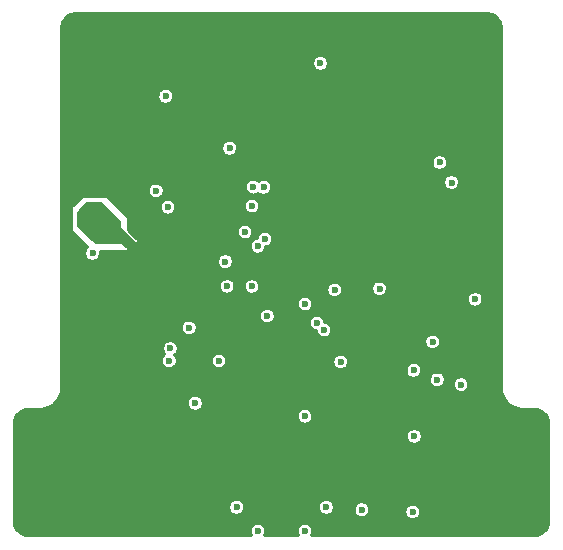
<source format=gbr>
G04 #@! TF.FileFunction,Copper,L2,Inr,Signal*
%FSLAX46Y46*%
G04 Gerber Fmt 4.6, Leading zero omitted, Abs format (unit mm)*
G04 Created by KiCad (PCBNEW 4.0.7-e2-6376~58~ubuntu14.04.1) date Mon Apr  9 12:37:09 2018*
%MOMM*%
%LPD*%
G01*
G04 APERTURE LIST*
%ADD10C,0.100000*%
%ADD11C,0.600000*%
%ADD12C,0.300000*%
G04 APERTURE END LIST*
D10*
D11*
X117824264Y-83750000D03*
X132024264Y-73800000D03*
X128124264Y-73800000D03*
X139724264Y-69700000D03*
X138324264Y-68000000D03*
X122924264Y-57100000D03*
X122924264Y-55800000D03*
X133824264Y-55800000D03*
X133824264Y-57100000D03*
X112424264Y-78500000D03*
X125024264Y-86700000D03*
X126024264Y-90600000D03*
X134324264Y-95400000D03*
X132924264Y-88400000D03*
X141624264Y-88400000D03*
X143624264Y-88400000D03*
X119924264Y-67400000D03*
X114424264Y-71200000D03*
X114424264Y-68500000D03*
X114424264Y-65000000D03*
X114424264Y-61500000D03*
X111824264Y-72100000D03*
X121324264Y-83500000D03*
X125024264Y-59600000D03*
X140424264Y-97800000D03*
X137424264Y-97800000D03*
X125224264Y-81700000D03*
X128624264Y-78900000D03*
X118424264Y-74454416D03*
X124824264Y-78500000D03*
X118424264Y-77000000D03*
X119697056Y-78272792D03*
X120969848Y-77000000D03*
X119697056Y-75727208D03*
X117151472Y-75727208D03*
X115878680Y-77000000D03*
X117151472Y-78272792D03*
X118424264Y-79545584D03*
X130424264Y-89500000D03*
X135224264Y-97400000D03*
X121124264Y-88400000D03*
X123124264Y-84800000D03*
X126924264Y-70100000D03*
X133424264Y-84900000D03*
X117824264Y-70400000D03*
X123674264Y-76400000D03*
X112424264Y-75700000D03*
X119024264Y-83750000D03*
X132924264Y-78800000D03*
X144824264Y-79600000D03*
X142824264Y-69700000D03*
X141824264Y-68000000D03*
X131724264Y-59600000D03*
X139524264Y-97600000D03*
X143624264Y-86800000D03*
X141624264Y-86400000D03*
X123824264Y-78500000D03*
X127224264Y-81000000D03*
X118624264Y-62400000D03*
X124024264Y-66800000D03*
X126030194Y-70096442D03*
X125924264Y-71700000D03*
X139664266Y-91200000D03*
X139624264Y-85600000D03*
X132024264Y-82200000D03*
X127024264Y-74500000D03*
X136724264Y-78700000D03*
X141224264Y-83200000D03*
X125924264Y-78500000D03*
X130424264Y-80000000D03*
X125324264Y-73900000D03*
X118824264Y-71800000D03*
X118924264Y-84800000D03*
X120624264Y-82000000D03*
X131424264Y-81600000D03*
X126424264Y-75100000D03*
X130424264Y-99200000D03*
X126424264Y-99200000D03*
X124624264Y-97200000D03*
X132224264Y-97200000D03*
D12*
G36*
X146127787Y-55472113D02*
X146323570Y-55531223D01*
X146504129Y-55627229D01*
X146662608Y-55756481D01*
X146792965Y-55914056D01*
X146890231Y-56093945D01*
X146950704Y-56289299D01*
X146974264Y-56513464D01*
X146974264Y-87000000D01*
X146974272Y-87000084D01*
X146974267Y-87001590D01*
X146974304Y-87012062D01*
X146976290Y-87031609D01*
X146976153Y-87051256D01*
X146976766Y-87057509D01*
X147007366Y-87348654D01*
X147015579Y-87388664D01*
X147023210Y-87428671D01*
X147025024Y-87434678D01*
X147025025Y-87434685D01*
X147025026Y-87434687D01*
X147111594Y-87714341D01*
X147127395Y-87751930D01*
X147142678Y-87789757D01*
X147145628Y-87795305D01*
X147284867Y-88052821D01*
X147307696Y-88086666D01*
X147330006Y-88120760D01*
X147333977Y-88125630D01*
X147520582Y-88351197D01*
X147549542Y-88379956D01*
X147578058Y-88409076D01*
X147582894Y-88413076D01*
X147582899Y-88413081D01*
X147582901Y-88413082D01*
X147809764Y-88598107D01*
X147843743Y-88620683D01*
X147877388Y-88643720D01*
X147882910Y-88646705D01*
X147882914Y-88646708D01*
X147882918Y-88646710D01*
X148141396Y-88784145D01*
X148179118Y-88799693D01*
X148216591Y-88815755D01*
X148222593Y-88817613D01*
X148502847Y-88902227D01*
X148542881Y-88910154D01*
X148582751Y-88918628D01*
X148588998Y-88919285D01*
X148589000Y-88919285D01*
X148880352Y-88947852D01*
X148899224Y-88947852D01*
X148917981Y-88949956D01*
X148924264Y-88950000D01*
X149902259Y-88950000D01*
X150127787Y-88972113D01*
X150323570Y-89031223D01*
X150504129Y-89127229D01*
X150662608Y-89256481D01*
X150792965Y-89414056D01*
X150890231Y-89593945D01*
X150950704Y-89789299D01*
X150974264Y-90013464D01*
X150974264Y-98477995D01*
X150952151Y-98703523D01*
X150893041Y-98899304D01*
X150797036Y-99079863D01*
X150667781Y-99238346D01*
X150510208Y-99368701D01*
X150330319Y-99465967D01*
X150134963Y-99526440D01*
X149910800Y-99550000D01*
X131034043Y-99550000D01*
X131035855Y-99547432D01*
X131091691Y-99422023D01*
X131122105Y-99288158D01*
X131124294Y-99131361D01*
X131097630Y-98996699D01*
X131045318Y-98869780D01*
X130969350Y-98755439D01*
X130872620Y-98658031D01*
X130758812Y-98581267D01*
X130632261Y-98528070D01*
X130497788Y-98500466D01*
X130360514Y-98499508D01*
X130225669Y-98525231D01*
X130098388Y-98576656D01*
X129983519Y-98651824D01*
X129885438Y-98747872D01*
X129807881Y-98861141D01*
X129753802Y-98987317D01*
X129725261Y-99121594D01*
X129723344Y-99258858D01*
X129748125Y-99393880D01*
X129798660Y-99521517D01*
X129817016Y-99550000D01*
X127034043Y-99550000D01*
X127035855Y-99547432D01*
X127091691Y-99422023D01*
X127122105Y-99288158D01*
X127124294Y-99131361D01*
X127097630Y-98996699D01*
X127045318Y-98869780D01*
X126969350Y-98755439D01*
X126872620Y-98658031D01*
X126758812Y-98581267D01*
X126632261Y-98528070D01*
X126497788Y-98500466D01*
X126360514Y-98499508D01*
X126225669Y-98525231D01*
X126098388Y-98576656D01*
X125983519Y-98651824D01*
X125885438Y-98747872D01*
X125807881Y-98861141D01*
X125753802Y-98987317D01*
X125725261Y-99121594D01*
X125723344Y-99258858D01*
X125748125Y-99393880D01*
X125798660Y-99521517D01*
X125817016Y-99550000D01*
X106946269Y-99550000D01*
X106720741Y-99527887D01*
X106524960Y-99468777D01*
X106344401Y-99372772D01*
X106185918Y-99243517D01*
X106055563Y-99085944D01*
X105958297Y-98906055D01*
X105897824Y-98710699D01*
X105874264Y-98486536D01*
X105874264Y-97258858D01*
X123923344Y-97258858D01*
X123948125Y-97393880D01*
X123998660Y-97521517D01*
X124073024Y-97636907D01*
X124168385Y-97735656D01*
X124281110Y-97814002D01*
X124406905Y-97868961D01*
X124540980Y-97898439D01*
X124678227Y-97901314D01*
X124813419Y-97877476D01*
X124941405Y-97827833D01*
X125057312Y-97754277D01*
X125156724Y-97659608D01*
X125235855Y-97547432D01*
X125291691Y-97422023D01*
X125322105Y-97288158D01*
X125322514Y-97258858D01*
X131523344Y-97258858D01*
X131548125Y-97393880D01*
X131598660Y-97521517D01*
X131673024Y-97636907D01*
X131768385Y-97735656D01*
X131881110Y-97814002D01*
X132006905Y-97868961D01*
X132140980Y-97898439D01*
X132278227Y-97901314D01*
X132413419Y-97877476D01*
X132541405Y-97827833D01*
X132657312Y-97754277D01*
X132756724Y-97659608D01*
X132835855Y-97547432D01*
X132875290Y-97458858D01*
X134523344Y-97458858D01*
X134548125Y-97593880D01*
X134598660Y-97721517D01*
X134673024Y-97836907D01*
X134768385Y-97935656D01*
X134881110Y-98014002D01*
X135006905Y-98068961D01*
X135140980Y-98098439D01*
X135278227Y-98101314D01*
X135413419Y-98077476D01*
X135541405Y-98027833D01*
X135657312Y-97954277D01*
X135756724Y-97859608D01*
X135835855Y-97747432D01*
X135875290Y-97658858D01*
X138823344Y-97658858D01*
X138848125Y-97793880D01*
X138898660Y-97921517D01*
X138973024Y-98036907D01*
X139068385Y-98135656D01*
X139181110Y-98214002D01*
X139306905Y-98268961D01*
X139440980Y-98298439D01*
X139578227Y-98301314D01*
X139713419Y-98277476D01*
X139841405Y-98227833D01*
X139957312Y-98154277D01*
X140056724Y-98059608D01*
X140135855Y-97947432D01*
X140191691Y-97822023D01*
X140222105Y-97688158D01*
X140224294Y-97531361D01*
X140197630Y-97396699D01*
X140145318Y-97269780D01*
X140069350Y-97155439D01*
X139972620Y-97058031D01*
X139858812Y-96981267D01*
X139732261Y-96928070D01*
X139597788Y-96900466D01*
X139460514Y-96899508D01*
X139325669Y-96925231D01*
X139198388Y-96976656D01*
X139083519Y-97051824D01*
X138985438Y-97147872D01*
X138907881Y-97261141D01*
X138853802Y-97387317D01*
X138825261Y-97521594D01*
X138823344Y-97658858D01*
X135875290Y-97658858D01*
X135891691Y-97622023D01*
X135922105Y-97488158D01*
X135924294Y-97331361D01*
X135897630Y-97196699D01*
X135845318Y-97069780D01*
X135769350Y-96955439D01*
X135672620Y-96858031D01*
X135558812Y-96781267D01*
X135432261Y-96728070D01*
X135297788Y-96700466D01*
X135160514Y-96699508D01*
X135025669Y-96725231D01*
X134898388Y-96776656D01*
X134783519Y-96851824D01*
X134685438Y-96947872D01*
X134607881Y-97061141D01*
X134553802Y-97187317D01*
X134525261Y-97321594D01*
X134523344Y-97458858D01*
X132875290Y-97458858D01*
X132891691Y-97422023D01*
X132922105Y-97288158D01*
X132924294Y-97131361D01*
X132897630Y-96996699D01*
X132845318Y-96869780D01*
X132769350Y-96755439D01*
X132672620Y-96658031D01*
X132558812Y-96581267D01*
X132432261Y-96528070D01*
X132297788Y-96500466D01*
X132160514Y-96499508D01*
X132025669Y-96525231D01*
X131898388Y-96576656D01*
X131783519Y-96651824D01*
X131685438Y-96747872D01*
X131607881Y-96861141D01*
X131553802Y-96987317D01*
X131525261Y-97121594D01*
X131523344Y-97258858D01*
X125322514Y-97258858D01*
X125324294Y-97131361D01*
X125297630Y-96996699D01*
X125245318Y-96869780D01*
X125169350Y-96755439D01*
X125072620Y-96658031D01*
X124958812Y-96581267D01*
X124832261Y-96528070D01*
X124697788Y-96500466D01*
X124560514Y-96499508D01*
X124425669Y-96525231D01*
X124298388Y-96576656D01*
X124183519Y-96651824D01*
X124085438Y-96747872D01*
X124007881Y-96861141D01*
X123953802Y-96987317D01*
X123925261Y-97121594D01*
X123923344Y-97258858D01*
X105874264Y-97258858D01*
X105874264Y-91258858D01*
X138963346Y-91258858D01*
X138988127Y-91393880D01*
X139038662Y-91521517D01*
X139113026Y-91636907D01*
X139208387Y-91735656D01*
X139321112Y-91814002D01*
X139446907Y-91868961D01*
X139580982Y-91898439D01*
X139718229Y-91901314D01*
X139853421Y-91877476D01*
X139981407Y-91827833D01*
X140097314Y-91754277D01*
X140196726Y-91659608D01*
X140275857Y-91547432D01*
X140331693Y-91422023D01*
X140362107Y-91288158D01*
X140364296Y-91131361D01*
X140337632Y-90996699D01*
X140285320Y-90869780D01*
X140209352Y-90755439D01*
X140112622Y-90658031D01*
X139998814Y-90581267D01*
X139872263Y-90528070D01*
X139737790Y-90500466D01*
X139600516Y-90499508D01*
X139465671Y-90525231D01*
X139338390Y-90576656D01*
X139223521Y-90651824D01*
X139125440Y-90747872D01*
X139047883Y-90861141D01*
X138993804Y-90987317D01*
X138965263Y-91121594D01*
X138963346Y-91258858D01*
X105874264Y-91258858D01*
X105874264Y-90022005D01*
X105896377Y-89796477D01*
X105955487Y-89600694D01*
X105977731Y-89558858D01*
X129723344Y-89558858D01*
X129748125Y-89693880D01*
X129798660Y-89821517D01*
X129873024Y-89936907D01*
X129968385Y-90035656D01*
X130081110Y-90114002D01*
X130206905Y-90168961D01*
X130340980Y-90198439D01*
X130478227Y-90201314D01*
X130613419Y-90177476D01*
X130741405Y-90127833D01*
X130857312Y-90054277D01*
X130956724Y-89959608D01*
X131035855Y-89847432D01*
X131091691Y-89722023D01*
X131122105Y-89588158D01*
X131124294Y-89431361D01*
X131097630Y-89296699D01*
X131045318Y-89169780D01*
X130969350Y-89055439D01*
X130872620Y-88958031D01*
X130758812Y-88881267D01*
X130632261Y-88828070D01*
X130497788Y-88800466D01*
X130360514Y-88799508D01*
X130225669Y-88825231D01*
X130098388Y-88876656D01*
X129983519Y-88951824D01*
X129885438Y-89047872D01*
X129807881Y-89161141D01*
X129753802Y-89287317D01*
X129725261Y-89421594D01*
X129723344Y-89558858D01*
X105977731Y-89558858D01*
X106051493Y-89420135D01*
X106180745Y-89261656D01*
X106338320Y-89131299D01*
X106518209Y-89034033D01*
X106713563Y-88973560D01*
X106937728Y-88950000D01*
X107924264Y-88950000D01*
X107924348Y-88949992D01*
X107925854Y-88949997D01*
X107936326Y-88949960D01*
X107955873Y-88947974D01*
X107975520Y-88948111D01*
X107981773Y-88947498D01*
X108272918Y-88916898D01*
X108312928Y-88908685D01*
X108352935Y-88901054D01*
X108358942Y-88899240D01*
X108358949Y-88899239D01*
X108358955Y-88899236D01*
X108638605Y-88812670D01*
X108676194Y-88796869D01*
X108714021Y-88781586D01*
X108719569Y-88778636D01*
X108977085Y-88639397D01*
X109010930Y-88616568D01*
X109045024Y-88594258D01*
X109049894Y-88590287D01*
X109208764Y-88458858D01*
X120423344Y-88458858D01*
X120448125Y-88593880D01*
X120498660Y-88721517D01*
X120573024Y-88836907D01*
X120668385Y-88935656D01*
X120781110Y-89014002D01*
X120906905Y-89068961D01*
X121040980Y-89098439D01*
X121178227Y-89101314D01*
X121313419Y-89077476D01*
X121441405Y-89027833D01*
X121557312Y-88954277D01*
X121656724Y-88859608D01*
X121735855Y-88747432D01*
X121791691Y-88622023D01*
X121822105Y-88488158D01*
X121824294Y-88331361D01*
X121797630Y-88196699D01*
X121745318Y-88069780D01*
X121669350Y-87955439D01*
X121572620Y-87858031D01*
X121458812Y-87781267D01*
X121332261Y-87728070D01*
X121197788Y-87700466D01*
X121060514Y-87699508D01*
X120925669Y-87725231D01*
X120798388Y-87776656D01*
X120683519Y-87851824D01*
X120585438Y-87947872D01*
X120507881Y-88061141D01*
X120453802Y-88187317D01*
X120425261Y-88321594D01*
X120423344Y-88458858D01*
X109208764Y-88458858D01*
X109275461Y-88403682D01*
X109304220Y-88374722D01*
X109333340Y-88346206D01*
X109337340Y-88341370D01*
X109337345Y-88341365D01*
X109337349Y-88341360D01*
X109522371Y-88114500D01*
X109544947Y-88080521D01*
X109567984Y-88046876D01*
X109570969Y-88041354D01*
X109570972Y-88041350D01*
X109570974Y-88041346D01*
X109708409Y-87782868D01*
X109723957Y-87745146D01*
X109740019Y-87707673D01*
X109741877Y-87701671D01*
X109826491Y-87421417D01*
X109834418Y-87381383D01*
X109842892Y-87341513D01*
X109843549Y-87335264D01*
X109872116Y-87043912D01*
X109872116Y-87025040D01*
X109874220Y-87006283D01*
X109874264Y-87000000D01*
X109874264Y-86458858D01*
X140923344Y-86458858D01*
X140948125Y-86593880D01*
X140998660Y-86721517D01*
X141073024Y-86836907D01*
X141168385Y-86935656D01*
X141281110Y-87014002D01*
X141406905Y-87068961D01*
X141540980Y-87098439D01*
X141678227Y-87101314D01*
X141813419Y-87077476D01*
X141941405Y-87027833D01*
X142057312Y-86954277D01*
X142156724Y-86859608D01*
X142157253Y-86858858D01*
X142923344Y-86858858D01*
X142948125Y-86993880D01*
X142998660Y-87121517D01*
X143073024Y-87236907D01*
X143168385Y-87335656D01*
X143281110Y-87414002D01*
X143406905Y-87468961D01*
X143540980Y-87498439D01*
X143678227Y-87501314D01*
X143813419Y-87477476D01*
X143941405Y-87427833D01*
X144057312Y-87354277D01*
X144156724Y-87259608D01*
X144235855Y-87147432D01*
X144291691Y-87022023D01*
X144322105Y-86888158D01*
X144324294Y-86731361D01*
X144297630Y-86596699D01*
X144245318Y-86469780D01*
X144169350Y-86355439D01*
X144072620Y-86258031D01*
X143958812Y-86181267D01*
X143832261Y-86128070D01*
X143697788Y-86100466D01*
X143560514Y-86099508D01*
X143425669Y-86125231D01*
X143298388Y-86176656D01*
X143183519Y-86251824D01*
X143085438Y-86347872D01*
X143007881Y-86461141D01*
X142953802Y-86587317D01*
X142925261Y-86721594D01*
X142923344Y-86858858D01*
X142157253Y-86858858D01*
X142235855Y-86747432D01*
X142291691Y-86622023D01*
X142322105Y-86488158D01*
X142324294Y-86331361D01*
X142297630Y-86196699D01*
X142245318Y-86069780D01*
X142169350Y-85955439D01*
X142072620Y-85858031D01*
X141958812Y-85781267D01*
X141832261Y-85728070D01*
X141697788Y-85700466D01*
X141560514Y-85699508D01*
X141425669Y-85725231D01*
X141298388Y-85776656D01*
X141183519Y-85851824D01*
X141085438Y-85947872D01*
X141007881Y-86061141D01*
X140953802Y-86187317D01*
X140925261Y-86321594D01*
X140923344Y-86458858D01*
X109874264Y-86458858D01*
X109874264Y-85658858D01*
X138923344Y-85658858D01*
X138948125Y-85793880D01*
X138998660Y-85921517D01*
X139073024Y-86036907D01*
X139168385Y-86135656D01*
X139281110Y-86214002D01*
X139406905Y-86268961D01*
X139540980Y-86298439D01*
X139678227Y-86301314D01*
X139813419Y-86277476D01*
X139941405Y-86227833D01*
X140057312Y-86154277D01*
X140156724Y-86059608D01*
X140235855Y-85947432D01*
X140291691Y-85822023D01*
X140322105Y-85688158D01*
X140324294Y-85531361D01*
X140297630Y-85396699D01*
X140245318Y-85269780D01*
X140169350Y-85155439D01*
X140072620Y-85058031D01*
X139958812Y-84981267D01*
X139832261Y-84928070D01*
X139697788Y-84900466D01*
X139560514Y-84899508D01*
X139425669Y-84925231D01*
X139298388Y-84976656D01*
X139183519Y-85051824D01*
X139085438Y-85147872D01*
X139007881Y-85261141D01*
X138953802Y-85387317D01*
X138925261Y-85521594D01*
X138923344Y-85658858D01*
X109874264Y-85658858D01*
X109874264Y-84858858D01*
X118223344Y-84858858D01*
X118248125Y-84993880D01*
X118298660Y-85121517D01*
X118373024Y-85236907D01*
X118468385Y-85335656D01*
X118581110Y-85414002D01*
X118706905Y-85468961D01*
X118840980Y-85498439D01*
X118978227Y-85501314D01*
X119113419Y-85477476D01*
X119241405Y-85427833D01*
X119357312Y-85354277D01*
X119456724Y-85259608D01*
X119535855Y-85147432D01*
X119591691Y-85022023D01*
X119622105Y-84888158D01*
X119622514Y-84858858D01*
X122423344Y-84858858D01*
X122448125Y-84993880D01*
X122498660Y-85121517D01*
X122573024Y-85236907D01*
X122668385Y-85335656D01*
X122781110Y-85414002D01*
X122906905Y-85468961D01*
X123040980Y-85498439D01*
X123178227Y-85501314D01*
X123313419Y-85477476D01*
X123441405Y-85427833D01*
X123557312Y-85354277D01*
X123656724Y-85259608D01*
X123735855Y-85147432D01*
X123791691Y-85022023D01*
X123806042Y-84958858D01*
X132723344Y-84958858D01*
X132748125Y-85093880D01*
X132798660Y-85221517D01*
X132873024Y-85336907D01*
X132968385Y-85435656D01*
X133081110Y-85514002D01*
X133206905Y-85568961D01*
X133340980Y-85598439D01*
X133478227Y-85601314D01*
X133613419Y-85577476D01*
X133741405Y-85527833D01*
X133857312Y-85454277D01*
X133956724Y-85359608D01*
X134035855Y-85247432D01*
X134091691Y-85122023D01*
X134122105Y-84988158D01*
X134124294Y-84831361D01*
X134097630Y-84696699D01*
X134045318Y-84569780D01*
X133969350Y-84455439D01*
X133872620Y-84358031D01*
X133758812Y-84281267D01*
X133632261Y-84228070D01*
X133497788Y-84200466D01*
X133360514Y-84199508D01*
X133225669Y-84225231D01*
X133098388Y-84276656D01*
X132983519Y-84351824D01*
X132885438Y-84447872D01*
X132807881Y-84561141D01*
X132753802Y-84687317D01*
X132725261Y-84821594D01*
X132723344Y-84958858D01*
X123806042Y-84958858D01*
X123822105Y-84888158D01*
X123824294Y-84731361D01*
X123797630Y-84596699D01*
X123745318Y-84469780D01*
X123669350Y-84355439D01*
X123572620Y-84258031D01*
X123458812Y-84181267D01*
X123332261Y-84128070D01*
X123197788Y-84100466D01*
X123060514Y-84099508D01*
X122925669Y-84125231D01*
X122798388Y-84176656D01*
X122683519Y-84251824D01*
X122585438Y-84347872D01*
X122507881Y-84461141D01*
X122453802Y-84587317D01*
X122425261Y-84721594D01*
X122423344Y-84858858D01*
X119622514Y-84858858D01*
X119624294Y-84731361D01*
X119597630Y-84596699D01*
X119545318Y-84469780D01*
X119469350Y-84355439D01*
X119433531Y-84319369D01*
X119457312Y-84304277D01*
X119556724Y-84209608D01*
X119635855Y-84097432D01*
X119691691Y-83972023D01*
X119722105Y-83838158D01*
X119724294Y-83681361D01*
X119697630Y-83546699D01*
X119645318Y-83419780D01*
X119569350Y-83305439D01*
X119523094Y-83258858D01*
X140523344Y-83258858D01*
X140548125Y-83393880D01*
X140598660Y-83521517D01*
X140673024Y-83636907D01*
X140768385Y-83735656D01*
X140881110Y-83814002D01*
X141006905Y-83868961D01*
X141140980Y-83898439D01*
X141278227Y-83901314D01*
X141413419Y-83877476D01*
X141541405Y-83827833D01*
X141657312Y-83754277D01*
X141756724Y-83659608D01*
X141835855Y-83547432D01*
X141891691Y-83422023D01*
X141922105Y-83288158D01*
X141924294Y-83131361D01*
X141897630Y-82996699D01*
X141845318Y-82869780D01*
X141769350Y-82755439D01*
X141672620Y-82658031D01*
X141558812Y-82581267D01*
X141432261Y-82528070D01*
X141297788Y-82500466D01*
X141160514Y-82499508D01*
X141025669Y-82525231D01*
X140898388Y-82576656D01*
X140783519Y-82651824D01*
X140685438Y-82747872D01*
X140607881Y-82861141D01*
X140553802Y-82987317D01*
X140525261Y-83121594D01*
X140523344Y-83258858D01*
X119523094Y-83258858D01*
X119472620Y-83208031D01*
X119358812Y-83131267D01*
X119232261Y-83078070D01*
X119097788Y-83050466D01*
X118960514Y-83049508D01*
X118825669Y-83075231D01*
X118698388Y-83126656D01*
X118583519Y-83201824D01*
X118485438Y-83297872D01*
X118407881Y-83411141D01*
X118353802Y-83537317D01*
X118325261Y-83671594D01*
X118323344Y-83808858D01*
X118348125Y-83943880D01*
X118398660Y-84071517D01*
X118473024Y-84186907D01*
X118515502Y-84230895D01*
X118483519Y-84251824D01*
X118385438Y-84347872D01*
X118307881Y-84461141D01*
X118253802Y-84587317D01*
X118225261Y-84721594D01*
X118223344Y-84858858D01*
X109874264Y-84858858D01*
X109874264Y-82058858D01*
X119923344Y-82058858D01*
X119948125Y-82193880D01*
X119998660Y-82321517D01*
X120073024Y-82436907D01*
X120168385Y-82535656D01*
X120281110Y-82614002D01*
X120406905Y-82668961D01*
X120540980Y-82698439D01*
X120678227Y-82701314D01*
X120813419Y-82677476D01*
X120941405Y-82627833D01*
X121057312Y-82554277D01*
X121156724Y-82459608D01*
X121235855Y-82347432D01*
X121291691Y-82222023D01*
X121322105Y-82088158D01*
X121324294Y-81931361D01*
X121297630Y-81796699D01*
X121245318Y-81669780D01*
X121169350Y-81555439D01*
X121072620Y-81458031D01*
X120958812Y-81381267D01*
X120832261Y-81328070D01*
X120697788Y-81300466D01*
X120560514Y-81299508D01*
X120425669Y-81325231D01*
X120298388Y-81376656D01*
X120183519Y-81451824D01*
X120085438Y-81547872D01*
X120007881Y-81661141D01*
X119953802Y-81787317D01*
X119925261Y-81921594D01*
X119923344Y-82058858D01*
X109874264Y-82058858D01*
X109874264Y-81058858D01*
X126523344Y-81058858D01*
X126548125Y-81193880D01*
X126598660Y-81321517D01*
X126673024Y-81436907D01*
X126768385Y-81535656D01*
X126881110Y-81614002D01*
X127006905Y-81668961D01*
X127140980Y-81698439D01*
X127278227Y-81701314D01*
X127413419Y-81677476D01*
X127461418Y-81658858D01*
X130723344Y-81658858D01*
X130748125Y-81793880D01*
X130798660Y-81921517D01*
X130873024Y-82036907D01*
X130968385Y-82135656D01*
X131081110Y-82214002D01*
X131206905Y-82268961D01*
X131330172Y-82296063D01*
X131348125Y-82393880D01*
X131398660Y-82521517D01*
X131473024Y-82636907D01*
X131568385Y-82735656D01*
X131681110Y-82814002D01*
X131806905Y-82868961D01*
X131940980Y-82898439D01*
X132078227Y-82901314D01*
X132213419Y-82877476D01*
X132341405Y-82827833D01*
X132457312Y-82754277D01*
X132556724Y-82659608D01*
X132635855Y-82547432D01*
X132691691Y-82422023D01*
X132722105Y-82288158D01*
X132724294Y-82131361D01*
X132697630Y-81996699D01*
X132645318Y-81869780D01*
X132569350Y-81755439D01*
X132472620Y-81658031D01*
X132358812Y-81581267D01*
X132232261Y-81528070D01*
X132119040Y-81504829D01*
X132097630Y-81396699D01*
X132045318Y-81269780D01*
X131969350Y-81155439D01*
X131872620Y-81058031D01*
X131758812Y-80981267D01*
X131632261Y-80928070D01*
X131497788Y-80900466D01*
X131360514Y-80899508D01*
X131225669Y-80925231D01*
X131098388Y-80976656D01*
X130983519Y-81051824D01*
X130885438Y-81147872D01*
X130807881Y-81261141D01*
X130753802Y-81387317D01*
X130725261Y-81521594D01*
X130723344Y-81658858D01*
X127461418Y-81658858D01*
X127541405Y-81627833D01*
X127657312Y-81554277D01*
X127756724Y-81459608D01*
X127835855Y-81347432D01*
X127891691Y-81222023D01*
X127922105Y-81088158D01*
X127924294Y-80931361D01*
X127897630Y-80796699D01*
X127845318Y-80669780D01*
X127769350Y-80555439D01*
X127672620Y-80458031D01*
X127558812Y-80381267D01*
X127432261Y-80328070D01*
X127297788Y-80300466D01*
X127160514Y-80299508D01*
X127025669Y-80325231D01*
X126898388Y-80376656D01*
X126783519Y-80451824D01*
X126685438Y-80547872D01*
X126607881Y-80661141D01*
X126553802Y-80787317D01*
X126525261Y-80921594D01*
X126523344Y-81058858D01*
X109874264Y-81058858D01*
X109874264Y-80058858D01*
X129723344Y-80058858D01*
X129748125Y-80193880D01*
X129798660Y-80321517D01*
X129873024Y-80436907D01*
X129968385Y-80535656D01*
X130081110Y-80614002D01*
X130206905Y-80668961D01*
X130340980Y-80698439D01*
X130478227Y-80701314D01*
X130613419Y-80677476D01*
X130741405Y-80627833D01*
X130857312Y-80554277D01*
X130956724Y-80459608D01*
X131035855Y-80347432D01*
X131091691Y-80222023D01*
X131122105Y-80088158D01*
X131124294Y-79931361D01*
X131097630Y-79796699D01*
X131045318Y-79669780D01*
X131038062Y-79658858D01*
X144123344Y-79658858D01*
X144148125Y-79793880D01*
X144198660Y-79921517D01*
X144273024Y-80036907D01*
X144368385Y-80135656D01*
X144481110Y-80214002D01*
X144606905Y-80268961D01*
X144740980Y-80298439D01*
X144878227Y-80301314D01*
X145013419Y-80277476D01*
X145141405Y-80227833D01*
X145257312Y-80154277D01*
X145356724Y-80059608D01*
X145435855Y-79947432D01*
X145491691Y-79822023D01*
X145522105Y-79688158D01*
X145524294Y-79531361D01*
X145497630Y-79396699D01*
X145445318Y-79269780D01*
X145369350Y-79155439D01*
X145272620Y-79058031D01*
X145158812Y-78981267D01*
X145032261Y-78928070D01*
X144897788Y-78900466D01*
X144760514Y-78899508D01*
X144625669Y-78925231D01*
X144498388Y-78976656D01*
X144383519Y-79051824D01*
X144285438Y-79147872D01*
X144207881Y-79261141D01*
X144153802Y-79387317D01*
X144125261Y-79521594D01*
X144123344Y-79658858D01*
X131038062Y-79658858D01*
X130969350Y-79555439D01*
X130872620Y-79458031D01*
X130758812Y-79381267D01*
X130632261Y-79328070D01*
X130497788Y-79300466D01*
X130360514Y-79299508D01*
X130225669Y-79325231D01*
X130098388Y-79376656D01*
X129983519Y-79451824D01*
X129885438Y-79547872D01*
X129807881Y-79661141D01*
X129753802Y-79787317D01*
X129725261Y-79921594D01*
X129723344Y-80058858D01*
X109874264Y-80058858D01*
X109874264Y-78558858D01*
X123123344Y-78558858D01*
X123148125Y-78693880D01*
X123198660Y-78821517D01*
X123273024Y-78936907D01*
X123368385Y-79035656D01*
X123481110Y-79114002D01*
X123606905Y-79168961D01*
X123740980Y-79198439D01*
X123878227Y-79201314D01*
X124013419Y-79177476D01*
X124141405Y-79127833D01*
X124257312Y-79054277D01*
X124356724Y-78959608D01*
X124435855Y-78847432D01*
X124491691Y-78722023D01*
X124522105Y-78588158D01*
X124522514Y-78558858D01*
X125223344Y-78558858D01*
X125248125Y-78693880D01*
X125298660Y-78821517D01*
X125373024Y-78936907D01*
X125468385Y-79035656D01*
X125581110Y-79114002D01*
X125706905Y-79168961D01*
X125840980Y-79198439D01*
X125978227Y-79201314D01*
X126113419Y-79177476D01*
X126241405Y-79127833D01*
X126357312Y-79054277D01*
X126456724Y-78959608D01*
X126527794Y-78858858D01*
X132223344Y-78858858D01*
X132248125Y-78993880D01*
X132298660Y-79121517D01*
X132373024Y-79236907D01*
X132468385Y-79335656D01*
X132581110Y-79414002D01*
X132706905Y-79468961D01*
X132840980Y-79498439D01*
X132978227Y-79501314D01*
X133113419Y-79477476D01*
X133241405Y-79427833D01*
X133357312Y-79354277D01*
X133456724Y-79259608D01*
X133535855Y-79147432D01*
X133591691Y-79022023D01*
X133622105Y-78888158D01*
X133623910Y-78758858D01*
X136023344Y-78758858D01*
X136048125Y-78893880D01*
X136098660Y-79021517D01*
X136173024Y-79136907D01*
X136268385Y-79235656D01*
X136381110Y-79314002D01*
X136506905Y-79368961D01*
X136640980Y-79398439D01*
X136778227Y-79401314D01*
X136913419Y-79377476D01*
X137041405Y-79327833D01*
X137157312Y-79254277D01*
X137256724Y-79159608D01*
X137335855Y-79047432D01*
X137391691Y-78922023D01*
X137422105Y-78788158D01*
X137424294Y-78631361D01*
X137397630Y-78496699D01*
X137345318Y-78369780D01*
X137269350Y-78255439D01*
X137172620Y-78158031D01*
X137058812Y-78081267D01*
X136932261Y-78028070D01*
X136797788Y-78000466D01*
X136660514Y-77999508D01*
X136525669Y-78025231D01*
X136398388Y-78076656D01*
X136283519Y-78151824D01*
X136185438Y-78247872D01*
X136107881Y-78361141D01*
X136053802Y-78487317D01*
X136025261Y-78621594D01*
X136023344Y-78758858D01*
X133623910Y-78758858D01*
X133624294Y-78731361D01*
X133597630Y-78596699D01*
X133545318Y-78469780D01*
X133469350Y-78355439D01*
X133372620Y-78258031D01*
X133258812Y-78181267D01*
X133132261Y-78128070D01*
X132997788Y-78100466D01*
X132860514Y-78099508D01*
X132725669Y-78125231D01*
X132598388Y-78176656D01*
X132483519Y-78251824D01*
X132385438Y-78347872D01*
X132307881Y-78461141D01*
X132253802Y-78587317D01*
X132225261Y-78721594D01*
X132223344Y-78858858D01*
X126527794Y-78858858D01*
X126535855Y-78847432D01*
X126591691Y-78722023D01*
X126622105Y-78588158D01*
X126624294Y-78431361D01*
X126597630Y-78296699D01*
X126545318Y-78169780D01*
X126469350Y-78055439D01*
X126372620Y-77958031D01*
X126258812Y-77881267D01*
X126132261Y-77828070D01*
X125997788Y-77800466D01*
X125860514Y-77799508D01*
X125725669Y-77825231D01*
X125598388Y-77876656D01*
X125483519Y-77951824D01*
X125385438Y-78047872D01*
X125307881Y-78161141D01*
X125253802Y-78287317D01*
X125225261Y-78421594D01*
X125223344Y-78558858D01*
X124522514Y-78558858D01*
X124524294Y-78431361D01*
X124497630Y-78296699D01*
X124445318Y-78169780D01*
X124369350Y-78055439D01*
X124272620Y-77958031D01*
X124158812Y-77881267D01*
X124032261Y-77828070D01*
X123897788Y-77800466D01*
X123760514Y-77799508D01*
X123625669Y-77825231D01*
X123498388Y-77876656D01*
X123383519Y-77951824D01*
X123285438Y-78047872D01*
X123207881Y-78161141D01*
X123153802Y-78287317D01*
X123125261Y-78421594D01*
X123123344Y-78558858D01*
X109874264Y-78558858D01*
X109874264Y-76458858D01*
X122973344Y-76458858D01*
X122998125Y-76593880D01*
X123048660Y-76721517D01*
X123123024Y-76836907D01*
X123218385Y-76935656D01*
X123331110Y-77014002D01*
X123456905Y-77068961D01*
X123590980Y-77098439D01*
X123728227Y-77101314D01*
X123863419Y-77077476D01*
X123991405Y-77027833D01*
X124107312Y-76954277D01*
X124206724Y-76859608D01*
X124285855Y-76747432D01*
X124341691Y-76622023D01*
X124372105Y-76488158D01*
X124374294Y-76331361D01*
X124347630Y-76196699D01*
X124295318Y-76069780D01*
X124219350Y-75955439D01*
X124122620Y-75858031D01*
X124008812Y-75781267D01*
X123882261Y-75728070D01*
X123747788Y-75700466D01*
X123610514Y-75699508D01*
X123475669Y-75725231D01*
X123348388Y-75776656D01*
X123233519Y-75851824D01*
X123135438Y-75947872D01*
X123057881Y-76061141D01*
X123003802Y-76187317D01*
X122975261Y-76321594D01*
X122973344Y-76458858D01*
X109874264Y-76458858D01*
X109874264Y-71900000D01*
X110574264Y-71900000D01*
X110574264Y-73700000D01*
X110585289Y-73756444D01*
X110618198Y-73806066D01*
X111973635Y-75161503D01*
X111885438Y-75247872D01*
X111807881Y-75361141D01*
X111753802Y-75487317D01*
X111725261Y-75621594D01*
X111723344Y-75758858D01*
X111748125Y-75893880D01*
X111798660Y-76021517D01*
X111873024Y-76136907D01*
X111968385Y-76235656D01*
X112081110Y-76314002D01*
X112206905Y-76368961D01*
X112340980Y-76398439D01*
X112478227Y-76401314D01*
X112613419Y-76377476D01*
X112741405Y-76327833D01*
X112857312Y-76254277D01*
X112956724Y-76159608D01*
X113035855Y-76047432D01*
X113091691Y-75922023D01*
X113122105Y-75788158D01*
X113124294Y-75631361D01*
X113108184Y-75550000D01*
X115424264Y-75550000D01*
X115476847Y-75540481D01*
X115527359Y-75508956D01*
X115561627Y-75460262D01*
X115574250Y-75402072D01*
X115563239Y-75343556D01*
X115530330Y-75293934D01*
X115395254Y-75158858D01*
X125723344Y-75158858D01*
X125748125Y-75293880D01*
X125798660Y-75421517D01*
X125873024Y-75536907D01*
X125968385Y-75635656D01*
X126081110Y-75714002D01*
X126206905Y-75768961D01*
X126340980Y-75798439D01*
X126478227Y-75801314D01*
X126613419Y-75777476D01*
X126741405Y-75727833D01*
X126857312Y-75654277D01*
X126956724Y-75559608D01*
X127035855Y-75447432D01*
X127091691Y-75322023D01*
X127120822Y-75193803D01*
X127213419Y-75177476D01*
X127341405Y-75127833D01*
X127457312Y-75054277D01*
X127556724Y-74959608D01*
X127635855Y-74847432D01*
X127691691Y-74722023D01*
X127722105Y-74588158D01*
X127724294Y-74431361D01*
X127697630Y-74296699D01*
X127645318Y-74169780D01*
X127569350Y-74055439D01*
X127472620Y-73958031D01*
X127358812Y-73881267D01*
X127232261Y-73828070D01*
X127097788Y-73800466D01*
X126960514Y-73799508D01*
X126825669Y-73825231D01*
X126698388Y-73876656D01*
X126583519Y-73951824D01*
X126485438Y-74047872D01*
X126407881Y-74161141D01*
X126353802Y-74287317D01*
X126328664Y-74405584D01*
X126225669Y-74425231D01*
X126098388Y-74476656D01*
X125983519Y-74551824D01*
X125885438Y-74647872D01*
X125807881Y-74761141D01*
X125753802Y-74887317D01*
X125725261Y-75021594D01*
X125723344Y-75158858D01*
X115395254Y-75158858D01*
X115030330Y-74793934D01*
X114982622Y-74761818D01*
X114924264Y-74750000D01*
X112686396Y-74750000D01*
X111274264Y-73337868D01*
X111274264Y-72262132D01*
X111986396Y-71550000D01*
X113162132Y-71550000D01*
X114674264Y-73062132D01*
X114674264Y-73500000D01*
X114685289Y-73556444D01*
X114718198Y-73606066D01*
X116018198Y-74906066D01*
X116064002Y-74937363D01*
X116122192Y-74949986D01*
X116180708Y-74938975D01*
X116230330Y-74906066D01*
X116330330Y-74806066D01*
X116361627Y-74760262D01*
X116374250Y-74702072D01*
X116363239Y-74643556D01*
X116330330Y-74593934D01*
X115695254Y-73958858D01*
X124623344Y-73958858D01*
X124648125Y-74093880D01*
X124698660Y-74221517D01*
X124773024Y-74336907D01*
X124868385Y-74435656D01*
X124981110Y-74514002D01*
X125106905Y-74568961D01*
X125240980Y-74598439D01*
X125378227Y-74601314D01*
X125513419Y-74577476D01*
X125641405Y-74527833D01*
X125757312Y-74454277D01*
X125856724Y-74359608D01*
X125935855Y-74247432D01*
X125991691Y-74122023D01*
X126022105Y-73988158D01*
X126024294Y-73831361D01*
X125997630Y-73696699D01*
X125945318Y-73569780D01*
X125869350Y-73455439D01*
X125772620Y-73358031D01*
X125658812Y-73281267D01*
X125532261Y-73228070D01*
X125397788Y-73200466D01*
X125260514Y-73199508D01*
X125125669Y-73225231D01*
X124998388Y-73276656D01*
X124883519Y-73351824D01*
X124785438Y-73447872D01*
X124707881Y-73561141D01*
X124653802Y-73687317D01*
X124625261Y-73821594D01*
X124623344Y-73958858D01*
X115695254Y-73958858D01*
X115474264Y-73737868D01*
X115474264Y-72700000D01*
X115463239Y-72643556D01*
X115430330Y-72593934D01*
X114695254Y-71858858D01*
X118123344Y-71858858D01*
X118148125Y-71993880D01*
X118198660Y-72121517D01*
X118273024Y-72236907D01*
X118368385Y-72335656D01*
X118481110Y-72414002D01*
X118606905Y-72468961D01*
X118740980Y-72498439D01*
X118878227Y-72501314D01*
X119013419Y-72477476D01*
X119141405Y-72427833D01*
X119257312Y-72354277D01*
X119356724Y-72259608D01*
X119435855Y-72147432D01*
X119491691Y-72022023D01*
X119522105Y-71888158D01*
X119523910Y-71758858D01*
X125223344Y-71758858D01*
X125248125Y-71893880D01*
X125298660Y-72021517D01*
X125373024Y-72136907D01*
X125468385Y-72235656D01*
X125581110Y-72314002D01*
X125706905Y-72368961D01*
X125840980Y-72398439D01*
X125978227Y-72401314D01*
X126113419Y-72377476D01*
X126241405Y-72327833D01*
X126357312Y-72254277D01*
X126456724Y-72159608D01*
X126535855Y-72047432D01*
X126591691Y-71922023D01*
X126622105Y-71788158D01*
X126624294Y-71631361D01*
X126597630Y-71496699D01*
X126545318Y-71369780D01*
X126469350Y-71255439D01*
X126372620Y-71158031D01*
X126258812Y-71081267D01*
X126132261Y-71028070D01*
X125997788Y-71000466D01*
X125860514Y-70999508D01*
X125725669Y-71025231D01*
X125598388Y-71076656D01*
X125483519Y-71151824D01*
X125385438Y-71247872D01*
X125307881Y-71361141D01*
X125253802Y-71487317D01*
X125225261Y-71621594D01*
X125223344Y-71758858D01*
X119523910Y-71758858D01*
X119524294Y-71731361D01*
X119497630Y-71596699D01*
X119445318Y-71469780D01*
X119369350Y-71355439D01*
X119272620Y-71258031D01*
X119158812Y-71181267D01*
X119032261Y-71128070D01*
X118897788Y-71100466D01*
X118760514Y-71099508D01*
X118625669Y-71125231D01*
X118498388Y-71176656D01*
X118383519Y-71251824D01*
X118285438Y-71347872D01*
X118207881Y-71461141D01*
X118153802Y-71587317D01*
X118125261Y-71721594D01*
X118123344Y-71858858D01*
X114695254Y-71858858D01*
X113730330Y-70893934D01*
X113682622Y-70861818D01*
X113624264Y-70850000D01*
X111624264Y-70850000D01*
X111567820Y-70861025D01*
X111518198Y-70893934D01*
X110618198Y-71793934D01*
X110586082Y-71841642D01*
X110574264Y-71900000D01*
X109874264Y-71900000D01*
X109874264Y-70458858D01*
X117123344Y-70458858D01*
X117148125Y-70593880D01*
X117198660Y-70721517D01*
X117273024Y-70836907D01*
X117368385Y-70935656D01*
X117481110Y-71014002D01*
X117606905Y-71068961D01*
X117740980Y-71098439D01*
X117878227Y-71101314D01*
X118013419Y-71077476D01*
X118141405Y-71027833D01*
X118257312Y-70954277D01*
X118356724Y-70859608D01*
X118435855Y-70747432D01*
X118491691Y-70622023D01*
X118522105Y-70488158D01*
X118524294Y-70331361D01*
X118497630Y-70196699D01*
X118480567Y-70155300D01*
X125329274Y-70155300D01*
X125354055Y-70290322D01*
X125404590Y-70417959D01*
X125478954Y-70533349D01*
X125574315Y-70632098D01*
X125687040Y-70710444D01*
X125812835Y-70765403D01*
X125946910Y-70794881D01*
X126084157Y-70797756D01*
X126219349Y-70773918D01*
X126347335Y-70724275D01*
X126463242Y-70650719D01*
X126474556Y-70639945D01*
X126581110Y-70714002D01*
X126706905Y-70768961D01*
X126840980Y-70798439D01*
X126978227Y-70801314D01*
X127113419Y-70777476D01*
X127241405Y-70727833D01*
X127357312Y-70654277D01*
X127456724Y-70559608D01*
X127535855Y-70447432D01*
X127591691Y-70322023D01*
X127622105Y-70188158D01*
X127624294Y-70031361D01*
X127597630Y-69896699D01*
X127545318Y-69769780D01*
X127538062Y-69758858D01*
X142123344Y-69758858D01*
X142148125Y-69893880D01*
X142198660Y-70021517D01*
X142273024Y-70136907D01*
X142368385Y-70235656D01*
X142481110Y-70314002D01*
X142606905Y-70368961D01*
X142740980Y-70398439D01*
X142878227Y-70401314D01*
X143013419Y-70377476D01*
X143141405Y-70327833D01*
X143257312Y-70254277D01*
X143356724Y-70159608D01*
X143435855Y-70047432D01*
X143491691Y-69922023D01*
X143522105Y-69788158D01*
X143524294Y-69631361D01*
X143497630Y-69496699D01*
X143445318Y-69369780D01*
X143369350Y-69255439D01*
X143272620Y-69158031D01*
X143158812Y-69081267D01*
X143032261Y-69028070D01*
X142897788Y-69000466D01*
X142760514Y-68999508D01*
X142625669Y-69025231D01*
X142498388Y-69076656D01*
X142383519Y-69151824D01*
X142285438Y-69247872D01*
X142207881Y-69361141D01*
X142153802Y-69487317D01*
X142125261Y-69621594D01*
X142123344Y-69758858D01*
X127538062Y-69758858D01*
X127469350Y-69655439D01*
X127372620Y-69558031D01*
X127258812Y-69481267D01*
X127132261Y-69428070D01*
X126997788Y-69400466D01*
X126860514Y-69399508D01*
X126725669Y-69425231D01*
X126598388Y-69476656D01*
X126483519Y-69551824D01*
X126479666Y-69555597D01*
X126478550Y-69554473D01*
X126364742Y-69477709D01*
X126238191Y-69424512D01*
X126103718Y-69396908D01*
X125966444Y-69395950D01*
X125831599Y-69421673D01*
X125704318Y-69473098D01*
X125589449Y-69548266D01*
X125491368Y-69644314D01*
X125413811Y-69757583D01*
X125359732Y-69883759D01*
X125331191Y-70018036D01*
X125329274Y-70155300D01*
X118480567Y-70155300D01*
X118445318Y-70069780D01*
X118369350Y-69955439D01*
X118272620Y-69858031D01*
X118158812Y-69781267D01*
X118032261Y-69728070D01*
X117897788Y-69700466D01*
X117760514Y-69699508D01*
X117625669Y-69725231D01*
X117498388Y-69776656D01*
X117383519Y-69851824D01*
X117285438Y-69947872D01*
X117207881Y-70061141D01*
X117153802Y-70187317D01*
X117125261Y-70321594D01*
X117123344Y-70458858D01*
X109874264Y-70458858D01*
X109874264Y-68058858D01*
X141123344Y-68058858D01*
X141148125Y-68193880D01*
X141198660Y-68321517D01*
X141273024Y-68436907D01*
X141368385Y-68535656D01*
X141481110Y-68614002D01*
X141606905Y-68668961D01*
X141740980Y-68698439D01*
X141878227Y-68701314D01*
X142013419Y-68677476D01*
X142141405Y-68627833D01*
X142257312Y-68554277D01*
X142356724Y-68459608D01*
X142435855Y-68347432D01*
X142491691Y-68222023D01*
X142522105Y-68088158D01*
X142524294Y-67931361D01*
X142497630Y-67796699D01*
X142445318Y-67669780D01*
X142369350Y-67555439D01*
X142272620Y-67458031D01*
X142158812Y-67381267D01*
X142032261Y-67328070D01*
X141897788Y-67300466D01*
X141760514Y-67299508D01*
X141625669Y-67325231D01*
X141498388Y-67376656D01*
X141383519Y-67451824D01*
X141285438Y-67547872D01*
X141207881Y-67661141D01*
X141153802Y-67787317D01*
X141125261Y-67921594D01*
X141123344Y-68058858D01*
X109874264Y-68058858D01*
X109874264Y-66858858D01*
X123323344Y-66858858D01*
X123348125Y-66993880D01*
X123398660Y-67121517D01*
X123473024Y-67236907D01*
X123568385Y-67335656D01*
X123681110Y-67414002D01*
X123806905Y-67468961D01*
X123940980Y-67498439D01*
X124078227Y-67501314D01*
X124213419Y-67477476D01*
X124341405Y-67427833D01*
X124457312Y-67354277D01*
X124556724Y-67259608D01*
X124635855Y-67147432D01*
X124691691Y-67022023D01*
X124722105Y-66888158D01*
X124724294Y-66731361D01*
X124697630Y-66596699D01*
X124645318Y-66469780D01*
X124569350Y-66355439D01*
X124472620Y-66258031D01*
X124358812Y-66181267D01*
X124232261Y-66128070D01*
X124097788Y-66100466D01*
X123960514Y-66099508D01*
X123825669Y-66125231D01*
X123698388Y-66176656D01*
X123583519Y-66251824D01*
X123485438Y-66347872D01*
X123407881Y-66461141D01*
X123353802Y-66587317D01*
X123325261Y-66721594D01*
X123323344Y-66858858D01*
X109874264Y-66858858D01*
X109874264Y-62458858D01*
X117923344Y-62458858D01*
X117948125Y-62593880D01*
X117998660Y-62721517D01*
X118073024Y-62836907D01*
X118168385Y-62935656D01*
X118281110Y-63014002D01*
X118406905Y-63068961D01*
X118540980Y-63098439D01*
X118678227Y-63101314D01*
X118813419Y-63077476D01*
X118941405Y-63027833D01*
X119057312Y-62954277D01*
X119156724Y-62859608D01*
X119235855Y-62747432D01*
X119291691Y-62622023D01*
X119322105Y-62488158D01*
X119324294Y-62331361D01*
X119297630Y-62196699D01*
X119245318Y-62069780D01*
X119169350Y-61955439D01*
X119072620Y-61858031D01*
X118958812Y-61781267D01*
X118832261Y-61728070D01*
X118697788Y-61700466D01*
X118560514Y-61699508D01*
X118425669Y-61725231D01*
X118298388Y-61776656D01*
X118183519Y-61851824D01*
X118085438Y-61947872D01*
X118007881Y-62061141D01*
X117953802Y-62187317D01*
X117925261Y-62321594D01*
X117923344Y-62458858D01*
X109874264Y-62458858D01*
X109874264Y-59658858D01*
X131023344Y-59658858D01*
X131048125Y-59793880D01*
X131098660Y-59921517D01*
X131173024Y-60036907D01*
X131268385Y-60135656D01*
X131381110Y-60214002D01*
X131506905Y-60268961D01*
X131640980Y-60298439D01*
X131778227Y-60301314D01*
X131913419Y-60277476D01*
X132041405Y-60227833D01*
X132157312Y-60154277D01*
X132256724Y-60059608D01*
X132335855Y-59947432D01*
X132391691Y-59822023D01*
X132422105Y-59688158D01*
X132424294Y-59531361D01*
X132397630Y-59396699D01*
X132345318Y-59269780D01*
X132269350Y-59155439D01*
X132172620Y-59058031D01*
X132058812Y-58981267D01*
X131932261Y-58928070D01*
X131797788Y-58900466D01*
X131660514Y-58899508D01*
X131525669Y-58925231D01*
X131398388Y-58976656D01*
X131283519Y-59051824D01*
X131185438Y-59147872D01*
X131107881Y-59261141D01*
X131053802Y-59387317D01*
X131025261Y-59521594D01*
X131023344Y-59658858D01*
X109874264Y-59658858D01*
X109874264Y-56522005D01*
X109896377Y-56296477D01*
X109955487Y-56100694D01*
X110051493Y-55920135D01*
X110180745Y-55761656D01*
X110338320Y-55631299D01*
X110518209Y-55534033D01*
X110713563Y-55473560D01*
X110937728Y-55450000D01*
X145902259Y-55450000D01*
X146127787Y-55472113D01*
X146127787Y-55472113D01*
G37*
X146127787Y-55472113D02*
X146323570Y-55531223D01*
X146504129Y-55627229D01*
X146662608Y-55756481D01*
X146792965Y-55914056D01*
X146890231Y-56093945D01*
X146950704Y-56289299D01*
X146974264Y-56513464D01*
X146974264Y-87000000D01*
X146974272Y-87000084D01*
X146974267Y-87001590D01*
X146974304Y-87012062D01*
X146976290Y-87031609D01*
X146976153Y-87051256D01*
X146976766Y-87057509D01*
X147007366Y-87348654D01*
X147015579Y-87388664D01*
X147023210Y-87428671D01*
X147025024Y-87434678D01*
X147025025Y-87434685D01*
X147025026Y-87434687D01*
X147111594Y-87714341D01*
X147127395Y-87751930D01*
X147142678Y-87789757D01*
X147145628Y-87795305D01*
X147284867Y-88052821D01*
X147307696Y-88086666D01*
X147330006Y-88120760D01*
X147333977Y-88125630D01*
X147520582Y-88351197D01*
X147549542Y-88379956D01*
X147578058Y-88409076D01*
X147582894Y-88413076D01*
X147582899Y-88413081D01*
X147582901Y-88413082D01*
X147809764Y-88598107D01*
X147843743Y-88620683D01*
X147877388Y-88643720D01*
X147882910Y-88646705D01*
X147882914Y-88646708D01*
X147882918Y-88646710D01*
X148141396Y-88784145D01*
X148179118Y-88799693D01*
X148216591Y-88815755D01*
X148222593Y-88817613D01*
X148502847Y-88902227D01*
X148542881Y-88910154D01*
X148582751Y-88918628D01*
X148588998Y-88919285D01*
X148589000Y-88919285D01*
X148880352Y-88947852D01*
X148899224Y-88947852D01*
X148917981Y-88949956D01*
X148924264Y-88950000D01*
X149902259Y-88950000D01*
X150127787Y-88972113D01*
X150323570Y-89031223D01*
X150504129Y-89127229D01*
X150662608Y-89256481D01*
X150792965Y-89414056D01*
X150890231Y-89593945D01*
X150950704Y-89789299D01*
X150974264Y-90013464D01*
X150974264Y-98477995D01*
X150952151Y-98703523D01*
X150893041Y-98899304D01*
X150797036Y-99079863D01*
X150667781Y-99238346D01*
X150510208Y-99368701D01*
X150330319Y-99465967D01*
X150134963Y-99526440D01*
X149910800Y-99550000D01*
X131034043Y-99550000D01*
X131035855Y-99547432D01*
X131091691Y-99422023D01*
X131122105Y-99288158D01*
X131124294Y-99131361D01*
X131097630Y-98996699D01*
X131045318Y-98869780D01*
X130969350Y-98755439D01*
X130872620Y-98658031D01*
X130758812Y-98581267D01*
X130632261Y-98528070D01*
X130497788Y-98500466D01*
X130360514Y-98499508D01*
X130225669Y-98525231D01*
X130098388Y-98576656D01*
X129983519Y-98651824D01*
X129885438Y-98747872D01*
X129807881Y-98861141D01*
X129753802Y-98987317D01*
X129725261Y-99121594D01*
X129723344Y-99258858D01*
X129748125Y-99393880D01*
X129798660Y-99521517D01*
X129817016Y-99550000D01*
X127034043Y-99550000D01*
X127035855Y-99547432D01*
X127091691Y-99422023D01*
X127122105Y-99288158D01*
X127124294Y-99131361D01*
X127097630Y-98996699D01*
X127045318Y-98869780D01*
X126969350Y-98755439D01*
X126872620Y-98658031D01*
X126758812Y-98581267D01*
X126632261Y-98528070D01*
X126497788Y-98500466D01*
X126360514Y-98499508D01*
X126225669Y-98525231D01*
X126098388Y-98576656D01*
X125983519Y-98651824D01*
X125885438Y-98747872D01*
X125807881Y-98861141D01*
X125753802Y-98987317D01*
X125725261Y-99121594D01*
X125723344Y-99258858D01*
X125748125Y-99393880D01*
X125798660Y-99521517D01*
X125817016Y-99550000D01*
X106946269Y-99550000D01*
X106720741Y-99527887D01*
X106524960Y-99468777D01*
X106344401Y-99372772D01*
X106185918Y-99243517D01*
X106055563Y-99085944D01*
X105958297Y-98906055D01*
X105897824Y-98710699D01*
X105874264Y-98486536D01*
X105874264Y-97258858D01*
X123923344Y-97258858D01*
X123948125Y-97393880D01*
X123998660Y-97521517D01*
X124073024Y-97636907D01*
X124168385Y-97735656D01*
X124281110Y-97814002D01*
X124406905Y-97868961D01*
X124540980Y-97898439D01*
X124678227Y-97901314D01*
X124813419Y-97877476D01*
X124941405Y-97827833D01*
X125057312Y-97754277D01*
X125156724Y-97659608D01*
X125235855Y-97547432D01*
X125291691Y-97422023D01*
X125322105Y-97288158D01*
X125322514Y-97258858D01*
X131523344Y-97258858D01*
X131548125Y-97393880D01*
X131598660Y-97521517D01*
X131673024Y-97636907D01*
X131768385Y-97735656D01*
X131881110Y-97814002D01*
X132006905Y-97868961D01*
X132140980Y-97898439D01*
X132278227Y-97901314D01*
X132413419Y-97877476D01*
X132541405Y-97827833D01*
X132657312Y-97754277D01*
X132756724Y-97659608D01*
X132835855Y-97547432D01*
X132875290Y-97458858D01*
X134523344Y-97458858D01*
X134548125Y-97593880D01*
X134598660Y-97721517D01*
X134673024Y-97836907D01*
X134768385Y-97935656D01*
X134881110Y-98014002D01*
X135006905Y-98068961D01*
X135140980Y-98098439D01*
X135278227Y-98101314D01*
X135413419Y-98077476D01*
X135541405Y-98027833D01*
X135657312Y-97954277D01*
X135756724Y-97859608D01*
X135835855Y-97747432D01*
X135875290Y-97658858D01*
X138823344Y-97658858D01*
X138848125Y-97793880D01*
X138898660Y-97921517D01*
X138973024Y-98036907D01*
X139068385Y-98135656D01*
X139181110Y-98214002D01*
X139306905Y-98268961D01*
X139440980Y-98298439D01*
X139578227Y-98301314D01*
X139713419Y-98277476D01*
X139841405Y-98227833D01*
X139957312Y-98154277D01*
X140056724Y-98059608D01*
X140135855Y-97947432D01*
X140191691Y-97822023D01*
X140222105Y-97688158D01*
X140224294Y-97531361D01*
X140197630Y-97396699D01*
X140145318Y-97269780D01*
X140069350Y-97155439D01*
X139972620Y-97058031D01*
X139858812Y-96981267D01*
X139732261Y-96928070D01*
X139597788Y-96900466D01*
X139460514Y-96899508D01*
X139325669Y-96925231D01*
X139198388Y-96976656D01*
X139083519Y-97051824D01*
X138985438Y-97147872D01*
X138907881Y-97261141D01*
X138853802Y-97387317D01*
X138825261Y-97521594D01*
X138823344Y-97658858D01*
X135875290Y-97658858D01*
X135891691Y-97622023D01*
X135922105Y-97488158D01*
X135924294Y-97331361D01*
X135897630Y-97196699D01*
X135845318Y-97069780D01*
X135769350Y-96955439D01*
X135672620Y-96858031D01*
X135558812Y-96781267D01*
X135432261Y-96728070D01*
X135297788Y-96700466D01*
X135160514Y-96699508D01*
X135025669Y-96725231D01*
X134898388Y-96776656D01*
X134783519Y-96851824D01*
X134685438Y-96947872D01*
X134607881Y-97061141D01*
X134553802Y-97187317D01*
X134525261Y-97321594D01*
X134523344Y-97458858D01*
X132875290Y-97458858D01*
X132891691Y-97422023D01*
X132922105Y-97288158D01*
X132924294Y-97131361D01*
X132897630Y-96996699D01*
X132845318Y-96869780D01*
X132769350Y-96755439D01*
X132672620Y-96658031D01*
X132558812Y-96581267D01*
X132432261Y-96528070D01*
X132297788Y-96500466D01*
X132160514Y-96499508D01*
X132025669Y-96525231D01*
X131898388Y-96576656D01*
X131783519Y-96651824D01*
X131685438Y-96747872D01*
X131607881Y-96861141D01*
X131553802Y-96987317D01*
X131525261Y-97121594D01*
X131523344Y-97258858D01*
X125322514Y-97258858D01*
X125324294Y-97131361D01*
X125297630Y-96996699D01*
X125245318Y-96869780D01*
X125169350Y-96755439D01*
X125072620Y-96658031D01*
X124958812Y-96581267D01*
X124832261Y-96528070D01*
X124697788Y-96500466D01*
X124560514Y-96499508D01*
X124425669Y-96525231D01*
X124298388Y-96576656D01*
X124183519Y-96651824D01*
X124085438Y-96747872D01*
X124007881Y-96861141D01*
X123953802Y-96987317D01*
X123925261Y-97121594D01*
X123923344Y-97258858D01*
X105874264Y-97258858D01*
X105874264Y-91258858D01*
X138963346Y-91258858D01*
X138988127Y-91393880D01*
X139038662Y-91521517D01*
X139113026Y-91636907D01*
X139208387Y-91735656D01*
X139321112Y-91814002D01*
X139446907Y-91868961D01*
X139580982Y-91898439D01*
X139718229Y-91901314D01*
X139853421Y-91877476D01*
X139981407Y-91827833D01*
X140097314Y-91754277D01*
X140196726Y-91659608D01*
X140275857Y-91547432D01*
X140331693Y-91422023D01*
X140362107Y-91288158D01*
X140364296Y-91131361D01*
X140337632Y-90996699D01*
X140285320Y-90869780D01*
X140209352Y-90755439D01*
X140112622Y-90658031D01*
X139998814Y-90581267D01*
X139872263Y-90528070D01*
X139737790Y-90500466D01*
X139600516Y-90499508D01*
X139465671Y-90525231D01*
X139338390Y-90576656D01*
X139223521Y-90651824D01*
X139125440Y-90747872D01*
X139047883Y-90861141D01*
X138993804Y-90987317D01*
X138965263Y-91121594D01*
X138963346Y-91258858D01*
X105874264Y-91258858D01*
X105874264Y-90022005D01*
X105896377Y-89796477D01*
X105955487Y-89600694D01*
X105977731Y-89558858D01*
X129723344Y-89558858D01*
X129748125Y-89693880D01*
X129798660Y-89821517D01*
X129873024Y-89936907D01*
X129968385Y-90035656D01*
X130081110Y-90114002D01*
X130206905Y-90168961D01*
X130340980Y-90198439D01*
X130478227Y-90201314D01*
X130613419Y-90177476D01*
X130741405Y-90127833D01*
X130857312Y-90054277D01*
X130956724Y-89959608D01*
X131035855Y-89847432D01*
X131091691Y-89722023D01*
X131122105Y-89588158D01*
X131124294Y-89431361D01*
X131097630Y-89296699D01*
X131045318Y-89169780D01*
X130969350Y-89055439D01*
X130872620Y-88958031D01*
X130758812Y-88881267D01*
X130632261Y-88828070D01*
X130497788Y-88800466D01*
X130360514Y-88799508D01*
X130225669Y-88825231D01*
X130098388Y-88876656D01*
X129983519Y-88951824D01*
X129885438Y-89047872D01*
X129807881Y-89161141D01*
X129753802Y-89287317D01*
X129725261Y-89421594D01*
X129723344Y-89558858D01*
X105977731Y-89558858D01*
X106051493Y-89420135D01*
X106180745Y-89261656D01*
X106338320Y-89131299D01*
X106518209Y-89034033D01*
X106713563Y-88973560D01*
X106937728Y-88950000D01*
X107924264Y-88950000D01*
X107924348Y-88949992D01*
X107925854Y-88949997D01*
X107936326Y-88949960D01*
X107955873Y-88947974D01*
X107975520Y-88948111D01*
X107981773Y-88947498D01*
X108272918Y-88916898D01*
X108312928Y-88908685D01*
X108352935Y-88901054D01*
X108358942Y-88899240D01*
X108358949Y-88899239D01*
X108358955Y-88899236D01*
X108638605Y-88812670D01*
X108676194Y-88796869D01*
X108714021Y-88781586D01*
X108719569Y-88778636D01*
X108977085Y-88639397D01*
X109010930Y-88616568D01*
X109045024Y-88594258D01*
X109049894Y-88590287D01*
X109208764Y-88458858D01*
X120423344Y-88458858D01*
X120448125Y-88593880D01*
X120498660Y-88721517D01*
X120573024Y-88836907D01*
X120668385Y-88935656D01*
X120781110Y-89014002D01*
X120906905Y-89068961D01*
X121040980Y-89098439D01*
X121178227Y-89101314D01*
X121313419Y-89077476D01*
X121441405Y-89027833D01*
X121557312Y-88954277D01*
X121656724Y-88859608D01*
X121735855Y-88747432D01*
X121791691Y-88622023D01*
X121822105Y-88488158D01*
X121824294Y-88331361D01*
X121797630Y-88196699D01*
X121745318Y-88069780D01*
X121669350Y-87955439D01*
X121572620Y-87858031D01*
X121458812Y-87781267D01*
X121332261Y-87728070D01*
X121197788Y-87700466D01*
X121060514Y-87699508D01*
X120925669Y-87725231D01*
X120798388Y-87776656D01*
X120683519Y-87851824D01*
X120585438Y-87947872D01*
X120507881Y-88061141D01*
X120453802Y-88187317D01*
X120425261Y-88321594D01*
X120423344Y-88458858D01*
X109208764Y-88458858D01*
X109275461Y-88403682D01*
X109304220Y-88374722D01*
X109333340Y-88346206D01*
X109337340Y-88341370D01*
X109337345Y-88341365D01*
X109337349Y-88341360D01*
X109522371Y-88114500D01*
X109544947Y-88080521D01*
X109567984Y-88046876D01*
X109570969Y-88041354D01*
X109570972Y-88041350D01*
X109570974Y-88041346D01*
X109708409Y-87782868D01*
X109723957Y-87745146D01*
X109740019Y-87707673D01*
X109741877Y-87701671D01*
X109826491Y-87421417D01*
X109834418Y-87381383D01*
X109842892Y-87341513D01*
X109843549Y-87335264D01*
X109872116Y-87043912D01*
X109872116Y-87025040D01*
X109874220Y-87006283D01*
X109874264Y-87000000D01*
X109874264Y-86458858D01*
X140923344Y-86458858D01*
X140948125Y-86593880D01*
X140998660Y-86721517D01*
X141073024Y-86836907D01*
X141168385Y-86935656D01*
X141281110Y-87014002D01*
X141406905Y-87068961D01*
X141540980Y-87098439D01*
X141678227Y-87101314D01*
X141813419Y-87077476D01*
X141941405Y-87027833D01*
X142057312Y-86954277D01*
X142156724Y-86859608D01*
X142157253Y-86858858D01*
X142923344Y-86858858D01*
X142948125Y-86993880D01*
X142998660Y-87121517D01*
X143073024Y-87236907D01*
X143168385Y-87335656D01*
X143281110Y-87414002D01*
X143406905Y-87468961D01*
X143540980Y-87498439D01*
X143678227Y-87501314D01*
X143813419Y-87477476D01*
X143941405Y-87427833D01*
X144057312Y-87354277D01*
X144156724Y-87259608D01*
X144235855Y-87147432D01*
X144291691Y-87022023D01*
X144322105Y-86888158D01*
X144324294Y-86731361D01*
X144297630Y-86596699D01*
X144245318Y-86469780D01*
X144169350Y-86355439D01*
X144072620Y-86258031D01*
X143958812Y-86181267D01*
X143832261Y-86128070D01*
X143697788Y-86100466D01*
X143560514Y-86099508D01*
X143425669Y-86125231D01*
X143298388Y-86176656D01*
X143183519Y-86251824D01*
X143085438Y-86347872D01*
X143007881Y-86461141D01*
X142953802Y-86587317D01*
X142925261Y-86721594D01*
X142923344Y-86858858D01*
X142157253Y-86858858D01*
X142235855Y-86747432D01*
X142291691Y-86622023D01*
X142322105Y-86488158D01*
X142324294Y-86331361D01*
X142297630Y-86196699D01*
X142245318Y-86069780D01*
X142169350Y-85955439D01*
X142072620Y-85858031D01*
X141958812Y-85781267D01*
X141832261Y-85728070D01*
X141697788Y-85700466D01*
X141560514Y-85699508D01*
X141425669Y-85725231D01*
X141298388Y-85776656D01*
X141183519Y-85851824D01*
X141085438Y-85947872D01*
X141007881Y-86061141D01*
X140953802Y-86187317D01*
X140925261Y-86321594D01*
X140923344Y-86458858D01*
X109874264Y-86458858D01*
X109874264Y-85658858D01*
X138923344Y-85658858D01*
X138948125Y-85793880D01*
X138998660Y-85921517D01*
X139073024Y-86036907D01*
X139168385Y-86135656D01*
X139281110Y-86214002D01*
X139406905Y-86268961D01*
X139540980Y-86298439D01*
X139678227Y-86301314D01*
X139813419Y-86277476D01*
X139941405Y-86227833D01*
X140057312Y-86154277D01*
X140156724Y-86059608D01*
X140235855Y-85947432D01*
X140291691Y-85822023D01*
X140322105Y-85688158D01*
X140324294Y-85531361D01*
X140297630Y-85396699D01*
X140245318Y-85269780D01*
X140169350Y-85155439D01*
X140072620Y-85058031D01*
X139958812Y-84981267D01*
X139832261Y-84928070D01*
X139697788Y-84900466D01*
X139560514Y-84899508D01*
X139425669Y-84925231D01*
X139298388Y-84976656D01*
X139183519Y-85051824D01*
X139085438Y-85147872D01*
X139007881Y-85261141D01*
X138953802Y-85387317D01*
X138925261Y-85521594D01*
X138923344Y-85658858D01*
X109874264Y-85658858D01*
X109874264Y-84858858D01*
X118223344Y-84858858D01*
X118248125Y-84993880D01*
X118298660Y-85121517D01*
X118373024Y-85236907D01*
X118468385Y-85335656D01*
X118581110Y-85414002D01*
X118706905Y-85468961D01*
X118840980Y-85498439D01*
X118978227Y-85501314D01*
X119113419Y-85477476D01*
X119241405Y-85427833D01*
X119357312Y-85354277D01*
X119456724Y-85259608D01*
X119535855Y-85147432D01*
X119591691Y-85022023D01*
X119622105Y-84888158D01*
X119622514Y-84858858D01*
X122423344Y-84858858D01*
X122448125Y-84993880D01*
X122498660Y-85121517D01*
X122573024Y-85236907D01*
X122668385Y-85335656D01*
X122781110Y-85414002D01*
X122906905Y-85468961D01*
X123040980Y-85498439D01*
X123178227Y-85501314D01*
X123313419Y-85477476D01*
X123441405Y-85427833D01*
X123557312Y-85354277D01*
X123656724Y-85259608D01*
X123735855Y-85147432D01*
X123791691Y-85022023D01*
X123806042Y-84958858D01*
X132723344Y-84958858D01*
X132748125Y-85093880D01*
X132798660Y-85221517D01*
X132873024Y-85336907D01*
X132968385Y-85435656D01*
X133081110Y-85514002D01*
X133206905Y-85568961D01*
X133340980Y-85598439D01*
X133478227Y-85601314D01*
X133613419Y-85577476D01*
X133741405Y-85527833D01*
X133857312Y-85454277D01*
X133956724Y-85359608D01*
X134035855Y-85247432D01*
X134091691Y-85122023D01*
X134122105Y-84988158D01*
X134124294Y-84831361D01*
X134097630Y-84696699D01*
X134045318Y-84569780D01*
X133969350Y-84455439D01*
X133872620Y-84358031D01*
X133758812Y-84281267D01*
X133632261Y-84228070D01*
X133497788Y-84200466D01*
X133360514Y-84199508D01*
X133225669Y-84225231D01*
X133098388Y-84276656D01*
X132983519Y-84351824D01*
X132885438Y-84447872D01*
X132807881Y-84561141D01*
X132753802Y-84687317D01*
X132725261Y-84821594D01*
X132723344Y-84958858D01*
X123806042Y-84958858D01*
X123822105Y-84888158D01*
X123824294Y-84731361D01*
X123797630Y-84596699D01*
X123745318Y-84469780D01*
X123669350Y-84355439D01*
X123572620Y-84258031D01*
X123458812Y-84181267D01*
X123332261Y-84128070D01*
X123197788Y-84100466D01*
X123060514Y-84099508D01*
X122925669Y-84125231D01*
X122798388Y-84176656D01*
X122683519Y-84251824D01*
X122585438Y-84347872D01*
X122507881Y-84461141D01*
X122453802Y-84587317D01*
X122425261Y-84721594D01*
X122423344Y-84858858D01*
X119622514Y-84858858D01*
X119624294Y-84731361D01*
X119597630Y-84596699D01*
X119545318Y-84469780D01*
X119469350Y-84355439D01*
X119433531Y-84319369D01*
X119457312Y-84304277D01*
X119556724Y-84209608D01*
X119635855Y-84097432D01*
X119691691Y-83972023D01*
X119722105Y-83838158D01*
X119724294Y-83681361D01*
X119697630Y-83546699D01*
X119645318Y-83419780D01*
X119569350Y-83305439D01*
X119523094Y-83258858D01*
X140523344Y-83258858D01*
X140548125Y-83393880D01*
X140598660Y-83521517D01*
X140673024Y-83636907D01*
X140768385Y-83735656D01*
X140881110Y-83814002D01*
X141006905Y-83868961D01*
X141140980Y-83898439D01*
X141278227Y-83901314D01*
X141413419Y-83877476D01*
X141541405Y-83827833D01*
X141657312Y-83754277D01*
X141756724Y-83659608D01*
X141835855Y-83547432D01*
X141891691Y-83422023D01*
X141922105Y-83288158D01*
X141924294Y-83131361D01*
X141897630Y-82996699D01*
X141845318Y-82869780D01*
X141769350Y-82755439D01*
X141672620Y-82658031D01*
X141558812Y-82581267D01*
X141432261Y-82528070D01*
X141297788Y-82500466D01*
X141160514Y-82499508D01*
X141025669Y-82525231D01*
X140898388Y-82576656D01*
X140783519Y-82651824D01*
X140685438Y-82747872D01*
X140607881Y-82861141D01*
X140553802Y-82987317D01*
X140525261Y-83121594D01*
X140523344Y-83258858D01*
X119523094Y-83258858D01*
X119472620Y-83208031D01*
X119358812Y-83131267D01*
X119232261Y-83078070D01*
X119097788Y-83050466D01*
X118960514Y-83049508D01*
X118825669Y-83075231D01*
X118698388Y-83126656D01*
X118583519Y-83201824D01*
X118485438Y-83297872D01*
X118407881Y-83411141D01*
X118353802Y-83537317D01*
X118325261Y-83671594D01*
X118323344Y-83808858D01*
X118348125Y-83943880D01*
X118398660Y-84071517D01*
X118473024Y-84186907D01*
X118515502Y-84230895D01*
X118483519Y-84251824D01*
X118385438Y-84347872D01*
X118307881Y-84461141D01*
X118253802Y-84587317D01*
X118225261Y-84721594D01*
X118223344Y-84858858D01*
X109874264Y-84858858D01*
X109874264Y-82058858D01*
X119923344Y-82058858D01*
X119948125Y-82193880D01*
X119998660Y-82321517D01*
X120073024Y-82436907D01*
X120168385Y-82535656D01*
X120281110Y-82614002D01*
X120406905Y-82668961D01*
X120540980Y-82698439D01*
X120678227Y-82701314D01*
X120813419Y-82677476D01*
X120941405Y-82627833D01*
X121057312Y-82554277D01*
X121156724Y-82459608D01*
X121235855Y-82347432D01*
X121291691Y-82222023D01*
X121322105Y-82088158D01*
X121324294Y-81931361D01*
X121297630Y-81796699D01*
X121245318Y-81669780D01*
X121169350Y-81555439D01*
X121072620Y-81458031D01*
X120958812Y-81381267D01*
X120832261Y-81328070D01*
X120697788Y-81300466D01*
X120560514Y-81299508D01*
X120425669Y-81325231D01*
X120298388Y-81376656D01*
X120183519Y-81451824D01*
X120085438Y-81547872D01*
X120007881Y-81661141D01*
X119953802Y-81787317D01*
X119925261Y-81921594D01*
X119923344Y-82058858D01*
X109874264Y-82058858D01*
X109874264Y-81058858D01*
X126523344Y-81058858D01*
X126548125Y-81193880D01*
X126598660Y-81321517D01*
X126673024Y-81436907D01*
X126768385Y-81535656D01*
X126881110Y-81614002D01*
X127006905Y-81668961D01*
X127140980Y-81698439D01*
X127278227Y-81701314D01*
X127413419Y-81677476D01*
X127461418Y-81658858D01*
X130723344Y-81658858D01*
X130748125Y-81793880D01*
X130798660Y-81921517D01*
X130873024Y-82036907D01*
X130968385Y-82135656D01*
X131081110Y-82214002D01*
X131206905Y-82268961D01*
X131330172Y-82296063D01*
X131348125Y-82393880D01*
X131398660Y-82521517D01*
X131473024Y-82636907D01*
X131568385Y-82735656D01*
X131681110Y-82814002D01*
X131806905Y-82868961D01*
X131940980Y-82898439D01*
X132078227Y-82901314D01*
X132213419Y-82877476D01*
X132341405Y-82827833D01*
X132457312Y-82754277D01*
X132556724Y-82659608D01*
X132635855Y-82547432D01*
X132691691Y-82422023D01*
X132722105Y-82288158D01*
X132724294Y-82131361D01*
X132697630Y-81996699D01*
X132645318Y-81869780D01*
X132569350Y-81755439D01*
X132472620Y-81658031D01*
X132358812Y-81581267D01*
X132232261Y-81528070D01*
X132119040Y-81504829D01*
X132097630Y-81396699D01*
X132045318Y-81269780D01*
X131969350Y-81155439D01*
X131872620Y-81058031D01*
X131758812Y-80981267D01*
X131632261Y-80928070D01*
X131497788Y-80900466D01*
X131360514Y-80899508D01*
X131225669Y-80925231D01*
X131098388Y-80976656D01*
X130983519Y-81051824D01*
X130885438Y-81147872D01*
X130807881Y-81261141D01*
X130753802Y-81387317D01*
X130725261Y-81521594D01*
X130723344Y-81658858D01*
X127461418Y-81658858D01*
X127541405Y-81627833D01*
X127657312Y-81554277D01*
X127756724Y-81459608D01*
X127835855Y-81347432D01*
X127891691Y-81222023D01*
X127922105Y-81088158D01*
X127924294Y-80931361D01*
X127897630Y-80796699D01*
X127845318Y-80669780D01*
X127769350Y-80555439D01*
X127672620Y-80458031D01*
X127558812Y-80381267D01*
X127432261Y-80328070D01*
X127297788Y-80300466D01*
X127160514Y-80299508D01*
X127025669Y-80325231D01*
X126898388Y-80376656D01*
X126783519Y-80451824D01*
X126685438Y-80547872D01*
X126607881Y-80661141D01*
X126553802Y-80787317D01*
X126525261Y-80921594D01*
X126523344Y-81058858D01*
X109874264Y-81058858D01*
X109874264Y-80058858D01*
X129723344Y-80058858D01*
X129748125Y-80193880D01*
X129798660Y-80321517D01*
X129873024Y-80436907D01*
X129968385Y-80535656D01*
X130081110Y-80614002D01*
X130206905Y-80668961D01*
X130340980Y-80698439D01*
X130478227Y-80701314D01*
X130613419Y-80677476D01*
X130741405Y-80627833D01*
X130857312Y-80554277D01*
X130956724Y-80459608D01*
X131035855Y-80347432D01*
X131091691Y-80222023D01*
X131122105Y-80088158D01*
X131124294Y-79931361D01*
X131097630Y-79796699D01*
X131045318Y-79669780D01*
X131038062Y-79658858D01*
X144123344Y-79658858D01*
X144148125Y-79793880D01*
X144198660Y-79921517D01*
X144273024Y-80036907D01*
X144368385Y-80135656D01*
X144481110Y-80214002D01*
X144606905Y-80268961D01*
X144740980Y-80298439D01*
X144878227Y-80301314D01*
X145013419Y-80277476D01*
X145141405Y-80227833D01*
X145257312Y-80154277D01*
X145356724Y-80059608D01*
X145435855Y-79947432D01*
X145491691Y-79822023D01*
X145522105Y-79688158D01*
X145524294Y-79531361D01*
X145497630Y-79396699D01*
X145445318Y-79269780D01*
X145369350Y-79155439D01*
X145272620Y-79058031D01*
X145158812Y-78981267D01*
X145032261Y-78928070D01*
X144897788Y-78900466D01*
X144760514Y-78899508D01*
X144625669Y-78925231D01*
X144498388Y-78976656D01*
X144383519Y-79051824D01*
X144285438Y-79147872D01*
X144207881Y-79261141D01*
X144153802Y-79387317D01*
X144125261Y-79521594D01*
X144123344Y-79658858D01*
X131038062Y-79658858D01*
X130969350Y-79555439D01*
X130872620Y-79458031D01*
X130758812Y-79381267D01*
X130632261Y-79328070D01*
X130497788Y-79300466D01*
X130360514Y-79299508D01*
X130225669Y-79325231D01*
X130098388Y-79376656D01*
X129983519Y-79451824D01*
X129885438Y-79547872D01*
X129807881Y-79661141D01*
X129753802Y-79787317D01*
X129725261Y-79921594D01*
X129723344Y-80058858D01*
X109874264Y-80058858D01*
X109874264Y-78558858D01*
X123123344Y-78558858D01*
X123148125Y-78693880D01*
X123198660Y-78821517D01*
X123273024Y-78936907D01*
X123368385Y-79035656D01*
X123481110Y-79114002D01*
X123606905Y-79168961D01*
X123740980Y-79198439D01*
X123878227Y-79201314D01*
X124013419Y-79177476D01*
X124141405Y-79127833D01*
X124257312Y-79054277D01*
X124356724Y-78959608D01*
X124435855Y-78847432D01*
X124491691Y-78722023D01*
X124522105Y-78588158D01*
X124522514Y-78558858D01*
X125223344Y-78558858D01*
X125248125Y-78693880D01*
X125298660Y-78821517D01*
X125373024Y-78936907D01*
X125468385Y-79035656D01*
X125581110Y-79114002D01*
X125706905Y-79168961D01*
X125840980Y-79198439D01*
X125978227Y-79201314D01*
X126113419Y-79177476D01*
X126241405Y-79127833D01*
X126357312Y-79054277D01*
X126456724Y-78959608D01*
X126527794Y-78858858D01*
X132223344Y-78858858D01*
X132248125Y-78993880D01*
X132298660Y-79121517D01*
X132373024Y-79236907D01*
X132468385Y-79335656D01*
X132581110Y-79414002D01*
X132706905Y-79468961D01*
X132840980Y-79498439D01*
X132978227Y-79501314D01*
X133113419Y-79477476D01*
X133241405Y-79427833D01*
X133357312Y-79354277D01*
X133456724Y-79259608D01*
X133535855Y-79147432D01*
X133591691Y-79022023D01*
X133622105Y-78888158D01*
X133623910Y-78758858D01*
X136023344Y-78758858D01*
X136048125Y-78893880D01*
X136098660Y-79021517D01*
X136173024Y-79136907D01*
X136268385Y-79235656D01*
X136381110Y-79314002D01*
X136506905Y-79368961D01*
X136640980Y-79398439D01*
X136778227Y-79401314D01*
X136913419Y-79377476D01*
X137041405Y-79327833D01*
X137157312Y-79254277D01*
X137256724Y-79159608D01*
X137335855Y-79047432D01*
X137391691Y-78922023D01*
X137422105Y-78788158D01*
X137424294Y-78631361D01*
X137397630Y-78496699D01*
X137345318Y-78369780D01*
X137269350Y-78255439D01*
X137172620Y-78158031D01*
X137058812Y-78081267D01*
X136932261Y-78028070D01*
X136797788Y-78000466D01*
X136660514Y-77999508D01*
X136525669Y-78025231D01*
X136398388Y-78076656D01*
X136283519Y-78151824D01*
X136185438Y-78247872D01*
X136107881Y-78361141D01*
X136053802Y-78487317D01*
X136025261Y-78621594D01*
X136023344Y-78758858D01*
X133623910Y-78758858D01*
X133624294Y-78731361D01*
X133597630Y-78596699D01*
X133545318Y-78469780D01*
X133469350Y-78355439D01*
X133372620Y-78258031D01*
X133258812Y-78181267D01*
X133132261Y-78128070D01*
X132997788Y-78100466D01*
X132860514Y-78099508D01*
X132725669Y-78125231D01*
X132598388Y-78176656D01*
X132483519Y-78251824D01*
X132385438Y-78347872D01*
X132307881Y-78461141D01*
X132253802Y-78587317D01*
X132225261Y-78721594D01*
X132223344Y-78858858D01*
X126527794Y-78858858D01*
X126535855Y-78847432D01*
X126591691Y-78722023D01*
X126622105Y-78588158D01*
X126624294Y-78431361D01*
X126597630Y-78296699D01*
X126545318Y-78169780D01*
X126469350Y-78055439D01*
X126372620Y-77958031D01*
X126258812Y-77881267D01*
X126132261Y-77828070D01*
X125997788Y-77800466D01*
X125860514Y-77799508D01*
X125725669Y-77825231D01*
X125598388Y-77876656D01*
X125483519Y-77951824D01*
X125385438Y-78047872D01*
X125307881Y-78161141D01*
X125253802Y-78287317D01*
X125225261Y-78421594D01*
X125223344Y-78558858D01*
X124522514Y-78558858D01*
X124524294Y-78431361D01*
X124497630Y-78296699D01*
X124445318Y-78169780D01*
X124369350Y-78055439D01*
X124272620Y-77958031D01*
X124158812Y-77881267D01*
X124032261Y-77828070D01*
X123897788Y-77800466D01*
X123760514Y-77799508D01*
X123625669Y-77825231D01*
X123498388Y-77876656D01*
X123383519Y-77951824D01*
X123285438Y-78047872D01*
X123207881Y-78161141D01*
X123153802Y-78287317D01*
X123125261Y-78421594D01*
X123123344Y-78558858D01*
X109874264Y-78558858D01*
X109874264Y-76458858D01*
X122973344Y-76458858D01*
X122998125Y-76593880D01*
X123048660Y-76721517D01*
X123123024Y-76836907D01*
X123218385Y-76935656D01*
X123331110Y-77014002D01*
X123456905Y-77068961D01*
X123590980Y-77098439D01*
X123728227Y-77101314D01*
X123863419Y-77077476D01*
X123991405Y-77027833D01*
X124107312Y-76954277D01*
X124206724Y-76859608D01*
X124285855Y-76747432D01*
X124341691Y-76622023D01*
X124372105Y-76488158D01*
X124374294Y-76331361D01*
X124347630Y-76196699D01*
X124295318Y-76069780D01*
X124219350Y-75955439D01*
X124122620Y-75858031D01*
X124008812Y-75781267D01*
X123882261Y-75728070D01*
X123747788Y-75700466D01*
X123610514Y-75699508D01*
X123475669Y-75725231D01*
X123348388Y-75776656D01*
X123233519Y-75851824D01*
X123135438Y-75947872D01*
X123057881Y-76061141D01*
X123003802Y-76187317D01*
X122975261Y-76321594D01*
X122973344Y-76458858D01*
X109874264Y-76458858D01*
X109874264Y-71900000D01*
X110574264Y-71900000D01*
X110574264Y-73700000D01*
X110585289Y-73756444D01*
X110618198Y-73806066D01*
X111973635Y-75161503D01*
X111885438Y-75247872D01*
X111807881Y-75361141D01*
X111753802Y-75487317D01*
X111725261Y-75621594D01*
X111723344Y-75758858D01*
X111748125Y-75893880D01*
X111798660Y-76021517D01*
X111873024Y-76136907D01*
X111968385Y-76235656D01*
X112081110Y-76314002D01*
X112206905Y-76368961D01*
X112340980Y-76398439D01*
X112478227Y-76401314D01*
X112613419Y-76377476D01*
X112741405Y-76327833D01*
X112857312Y-76254277D01*
X112956724Y-76159608D01*
X113035855Y-76047432D01*
X113091691Y-75922023D01*
X113122105Y-75788158D01*
X113124294Y-75631361D01*
X113108184Y-75550000D01*
X115424264Y-75550000D01*
X115476847Y-75540481D01*
X115527359Y-75508956D01*
X115561627Y-75460262D01*
X115574250Y-75402072D01*
X115563239Y-75343556D01*
X115530330Y-75293934D01*
X115395254Y-75158858D01*
X125723344Y-75158858D01*
X125748125Y-75293880D01*
X125798660Y-75421517D01*
X125873024Y-75536907D01*
X125968385Y-75635656D01*
X126081110Y-75714002D01*
X126206905Y-75768961D01*
X126340980Y-75798439D01*
X126478227Y-75801314D01*
X126613419Y-75777476D01*
X126741405Y-75727833D01*
X126857312Y-75654277D01*
X126956724Y-75559608D01*
X127035855Y-75447432D01*
X127091691Y-75322023D01*
X127120822Y-75193803D01*
X127213419Y-75177476D01*
X127341405Y-75127833D01*
X127457312Y-75054277D01*
X127556724Y-74959608D01*
X127635855Y-74847432D01*
X127691691Y-74722023D01*
X127722105Y-74588158D01*
X127724294Y-74431361D01*
X127697630Y-74296699D01*
X127645318Y-74169780D01*
X127569350Y-74055439D01*
X127472620Y-73958031D01*
X127358812Y-73881267D01*
X127232261Y-73828070D01*
X127097788Y-73800466D01*
X126960514Y-73799508D01*
X126825669Y-73825231D01*
X126698388Y-73876656D01*
X126583519Y-73951824D01*
X126485438Y-74047872D01*
X126407881Y-74161141D01*
X126353802Y-74287317D01*
X126328664Y-74405584D01*
X126225669Y-74425231D01*
X126098388Y-74476656D01*
X125983519Y-74551824D01*
X125885438Y-74647872D01*
X125807881Y-74761141D01*
X125753802Y-74887317D01*
X125725261Y-75021594D01*
X125723344Y-75158858D01*
X115395254Y-75158858D01*
X115030330Y-74793934D01*
X114982622Y-74761818D01*
X114924264Y-74750000D01*
X112686396Y-74750000D01*
X111274264Y-73337868D01*
X111274264Y-72262132D01*
X111986396Y-71550000D01*
X113162132Y-71550000D01*
X114674264Y-73062132D01*
X114674264Y-73500000D01*
X114685289Y-73556444D01*
X114718198Y-73606066D01*
X116018198Y-74906066D01*
X116064002Y-74937363D01*
X116122192Y-74949986D01*
X116180708Y-74938975D01*
X116230330Y-74906066D01*
X116330330Y-74806066D01*
X116361627Y-74760262D01*
X116374250Y-74702072D01*
X116363239Y-74643556D01*
X116330330Y-74593934D01*
X115695254Y-73958858D01*
X124623344Y-73958858D01*
X124648125Y-74093880D01*
X124698660Y-74221517D01*
X124773024Y-74336907D01*
X124868385Y-74435656D01*
X124981110Y-74514002D01*
X125106905Y-74568961D01*
X125240980Y-74598439D01*
X125378227Y-74601314D01*
X125513419Y-74577476D01*
X125641405Y-74527833D01*
X125757312Y-74454277D01*
X125856724Y-74359608D01*
X125935855Y-74247432D01*
X125991691Y-74122023D01*
X126022105Y-73988158D01*
X126024294Y-73831361D01*
X125997630Y-73696699D01*
X125945318Y-73569780D01*
X125869350Y-73455439D01*
X125772620Y-73358031D01*
X125658812Y-73281267D01*
X125532261Y-73228070D01*
X125397788Y-73200466D01*
X125260514Y-73199508D01*
X125125669Y-73225231D01*
X124998388Y-73276656D01*
X124883519Y-73351824D01*
X124785438Y-73447872D01*
X124707881Y-73561141D01*
X124653802Y-73687317D01*
X124625261Y-73821594D01*
X124623344Y-73958858D01*
X115695254Y-73958858D01*
X115474264Y-73737868D01*
X115474264Y-72700000D01*
X115463239Y-72643556D01*
X115430330Y-72593934D01*
X114695254Y-71858858D01*
X118123344Y-71858858D01*
X118148125Y-71993880D01*
X118198660Y-72121517D01*
X118273024Y-72236907D01*
X118368385Y-72335656D01*
X118481110Y-72414002D01*
X118606905Y-72468961D01*
X118740980Y-72498439D01*
X118878227Y-72501314D01*
X119013419Y-72477476D01*
X119141405Y-72427833D01*
X119257312Y-72354277D01*
X119356724Y-72259608D01*
X119435855Y-72147432D01*
X119491691Y-72022023D01*
X119522105Y-71888158D01*
X119523910Y-71758858D01*
X125223344Y-71758858D01*
X125248125Y-71893880D01*
X125298660Y-72021517D01*
X125373024Y-72136907D01*
X125468385Y-72235656D01*
X125581110Y-72314002D01*
X125706905Y-72368961D01*
X125840980Y-72398439D01*
X125978227Y-72401314D01*
X126113419Y-72377476D01*
X126241405Y-72327833D01*
X126357312Y-72254277D01*
X126456724Y-72159608D01*
X126535855Y-72047432D01*
X126591691Y-71922023D01*
X126622105Y-71788158D01*
X126624294Y-71631361D01*
X126597630Y-71496699D01*
X126545318Y-71369780D01*
X126469350Y-71255439D01*
X126372620Y-71158031D01*
X126258812Y-71081267D01*
X126132261Y-71028070D01*
X125997788Y-71000466D01*
X125860514Y-70999508D01*
X125725669Y-71025231D01*
X125598388Y-71076656D01*
X125483519Y-71151824D01*
X125385438Y-71247872D01*
X125307881Y-71361141D01*
X125253802Y-71487317D01*
X125225261Y-71621594D01*
X125223344Y-71758858D01*
X119523910Y-71758858D01*
X119524294Y-71731361D01*
X119497630Y-71596699D01*
X119445318Y-71469780D01*
X119369350Y-71355439D01*
X119272620Y-71258031D01*
X119158812Y-71181267D01*
X119032261Y-71128070D01*
X118897788Y-71100466D01*
X118760514Y-71099508D01*
X118625669Y-71125231D01*
X118498388Y-71176656D01*
X118383519Y-71251824D01*
X118285438Y-71347872D01*
X118207881Y-71461141D01*
X118153802Y-71587317D01*
X118125261Y-71721594D01*
X118123344Y-71858858D01*
X114695254Y-71858858D01*
X113730330Y-70893934D01*
X113682622Y-70861818D01*
X113624264Y-70850000D01*
X111624264Y-70850000D01*
X111567820Y-70861025D01*
X111518198Y-70893934D01*
X110618198Y-71793934D01*
X110586082Y-71841642D01*
X110574264Y-71900000D01*
X109874264Y-71900000D01*
X109874264Y-70458858D01*
X117123344Y-70458858D01*
X117148125Y-70593880D01*
X117198660Y-70721517D01*
X117273024Y-70836907D01*
X117368385Y-70935656D01*
X117481110Y-71014002D01*
X117606905Y-71068961D01*
X117740980Y-71098439D01*
X117878227Y-71101314D01*
X118013419Y-71077476D01*
X118141405Y-71027833D01*
X118257312Y-70954277D01*
X118356724Y-70859608D01*
X118435855Y-70747432D01*
X118491691Y-70622023D01*
X118522105Y-70488158D01*
X118524294Y-70331361D01*
X118497630Y-70196699D01*
X118480567Y-70155300D01*
X125329274Y-70155300D01*
X125354055Y-70290322D01*
X125404590Y-70417959D01*
X125478954Y-70533349D01*
X125574315Y-70632098D01*
X125687040Y-70710444D01*
X125812835Y-70765403D01*
X125946910Y-70794881D01*
X126084157Y-70797756D01*
X126219349Y-70773918D01*
X126347335Y-70724275D01*
X126463242Y-70650719D01*
X126474556Y-70639945D01*
X126581110Y-70714002D01*
X126706905Y-70768961D01*
X126840980Y-70798439D01*
X126978227Y-70801314D01*
X127113419Y-70777476D01*
X127241405Y-70727833D01*
X127357312Y-70654277D01*
X127456724Y-70559608D01*
X127535855Y-70447432D01*
X127591691Y-70322023D01*
X127622105Y-70188158D01*
X127624294Y-70031361D01*
X127597630Y-69896699D01*
X127545318Y-69769780D01*
X127538062Y-69758858D01*
X142123344Y-69758858D01*
X142148125Y-69893880D01*
X142198660Y-70021517D01*
X142273024Y-70136907D01*
X142368385Y-70235656D01*
X142481110Y-70314002D01*
X142606905Y-70368961D01*
X142740980Y-70398439D01*
X142878227Y-70401314D01*
X143013419Y-70377476D01*
X143141405Y-70327833D01*
X143257312Y-70254277D01*
X143356724Y-70159608D01*
X143435855Y-70047432D01*
X143491691Y-69922023D01*
X143522105Y-69788158D01*
X143524294Y-69631361D01*
X143497630Y-69496699D01*
X143445318Y-69369780D01*
X143369350Y-69255439D01*
X143272620Y-69158031D01*
X143158812Y-69081267D01*
X143032261Y-69028070D01*
X142897788Y-69000466D01*
X142760514Y-68999508D01*
X142625669Y-69025231D01*
X142498388Y-69076656D01*
X142383519Y-69151824D01*
X142285438Y-69247872D01*
X142207881Y-69361141D01*
X142153802Y-69487317D01*
X142125261Y-69621594D01*
X142123344Y-69758858D01*
X127538062Y-69758858D01*
X127469350Y-69655439D01*
X127372620Y-69558031D01*
X127258812Y-69481267D01*
X127132261Y-69428070D01*
X126997788Y-69400466D01*
X126860514Y-69399508D01*
X126725669Y-69425231D01*
X126598388Y-69476656D01*
X126483519Y-69551824D01*
X126479666Y-69555597D01*
X126478550Y-69554473D01*
X126364742Y-69477709D01*
X126238191Y-69424512D01*
X126103718Y-69396908D01*
X125966444Y-69395950D01*
X125831599Y-69421673D01*
X125704318Y-69473098D01*
X125589449Y-69548266D01*
X125491368Y-69644314D01*
X125413811Y-69757583D01*
X125359732Y-69883759D01*
X125331191Y-70018036D01*
X125329274Y-70155300D01*
X118480567Y-70155300D01*
X118445318Y-70069780D01*
X118369350Y-69955439D01*
X118272620Y-69858031D01*
X118158812Y-69781267D01*
X118032261Y-69728070D01*
X117897788Y-69700466D01*
X117760514Y-69699508D01*
X117625669Y-69725231D01*
X117498388Y-69776656D01*
X117383519Y-69851824D01*
X117285438Y-69947872D01*
X117207881Y-70061141D01*
X117153802Y-70187317D01*
X117125261Y-70321594D01*
X117123344Y-70458858D01*
X109874264Y-70458858D01*
X109874264Y-68058858D01*
X141123344Y-68058858D01*
X141148125Y-68193880D01*
X141198660Y-68321517D01*
X141273024Y-68436907D01*
X141368385Y-68535656D01*
X141481110Y-68614002D01*
X141606905Y-68668961D01*
X141740980Y-68698439D01*
X141878227Y-68701314D01*
X142013419Y-68677476D01*
X142141405Y-68627833D01*
X142257312Y-68554277D01*
X142356724Y-68459608D01*
X142435855Y-68347432D01*
X142491691Y-68222023D01*
X142522105Y-68088158D01*
X142524294Y-67931361D01*
X142497630Y-67796699D01*
X142445318Y-67669780D01*
X142369350Y-67555439D01*
X142272620Y-67458031D01*
X142158812Y-67381267D01*
X142032261Y-67328070D01*
X141897788Y-67300466D01*
X141760514Y-67299508D01*
X141625669Y-67325231D01*
X141498388Y-67376656D01*
X141383519Y-67451824D01*
X141285438Y-67547872D01*
X141207881Y-67661141D01*
X141153802Y-67787317D01*
X141125261Y-67921594D01*
X141123344Y-68058858D01*
X109874264Y-68058858D01*
X109874264Y-66858858D01*
X123323344Y-66858858D01*
X123348125Y-66993880D01*
X123398660Y-67121517D01*
X123473024Y-67236907D01*
X123568385Y-67335656D01*
X123681110Y-67414002D01*
X123806905Y-67468961D01*
X123940980Y-67498439D01*
X124078227Y-67501314D01*
X124213419Y-67477476D01*
X124341405Y-67427833D01*
X124457312Y-67354277D01*
X124556724Y-67259608D01*
X124635855Y-67147432D01*
X124691691Y-67022023D01*
X124722105Y-66888158D01*
X124724294Y-66731361D01*
X124697630Y-66596699D01*
X124645318Y-66469780D01*
X124569350Y-66355439D01*
X124472620Y-66258031D01*
X124358812Y-66181267D01*
X124232261Y-66128070D01*
X124097788Y-66100466D01*
X123960514Y-66099508D01*
X123825669Y-66125231D01*
X123698388Y-66176656D01*
X123583519Y-66251824D01*
X123485438Y-66347872D01*
X123407881Y-66461141D01*
X123353802Y-66587317D01*
X123325261Y-66721594D01*
X123323344Y-66858858D01*
X109874264Y-66858858D01*
X109874264Y-62458858D01*
X117923344Y-62458858D01*
X117948125Y-62593880D01*
X117998660Y-62721517D01*
X118073024Y-62836907D01*
X118168385Y-62935656D01*
X118281110Y-63014002D01*
X118406905Y-63068961D01*
X118540980Y-63098439D01*
X118678227Y-63101314D01*
X118813419Y-63077476D01*
X118941405Y-63027833D01*
X119057312Y-62954277D01*
X119156724Y-62859608D01*
X119235855Y-62747432D01*
X119291691Y-62622023D01*
X119322105Y-62488158D01*
X119324294Y-62331361D01*
X119297630Y-62196699D01*
X119245318Y-62069780D01*
X119169350Y-61955439D01*
X119072620Y-61858031D01*
X118958812Y-61781267D01*
X118832261Y-61728070D01*
X118697788Y-61700466D01*
X118560514Y-61699508D01*
X118425669Y-61725231D01*
X118298388Y-61776656D01*
X118183519Y-61851824D01*
X118085438Y-61947872D01*
X118007881Y-62061141D01*
X117953802Y-62187317D01*
X117925261Y-62321594D01*
X117923344Y-62458858D01*
X109874264Y-62458858D01*
X109874264Y-59658858D01*
X131023344Y-59658858D01*
X131048125Y-59793880D01*
X131098660Y-59921517D01*
X131173024Y-60036907D01*
X131268385Y-60135656D01*
X131381110Y-60214002D01*
X131506905Y-60268961D01*
X131640980Y-60298439D01*
X131778227Y-60301314D01*
X131913419Y-60277476D01*
X132041405Y-60227833D01*
X132157312Y-60154277D01*
X132256724Y-60059608D01*
X132335855Y-59947432D01*
X132391691Y-59822023D01*
X132422105Y-59688158D01*
X132424294Y-59531361D01*
X132397630Y-59396699D01*
X132345318Y-59269780D01*
X132269350Y-59155439D01*
X132172620Y-59058031D01*
X132058812Y-58981267D01*
X131932261Y-58928070D01*
X131797788Y-58900466D01*
X131660514Y-58899508D01*
X131525669Y-58925231D01*
X131398388Y-58976656D01*
X131283519Y-59051824D01*
X131185438Y-59147872D01*
X131107881Y-59261141D01*
X131053802Y-59387317D01*
X131025261Y-59521594D01*
X131023344Y-59658858D01*
X109874264Y-59658858D01*
X109874264Y-56522005D01*
X109896377Y-56296477D01*
X109955487Y-56100694D01*
X110051493Y-55920135D01*
X110180745Y-55761656D01*
X110338320Y-55631299D01*
X110518209Y-55534033D01*
X110713563Y-55473560D01*
X110937728Y-55450000D01*
X145902259Y-55450000D01*
X146127787Y-55472113D01*
M02*

</source>
